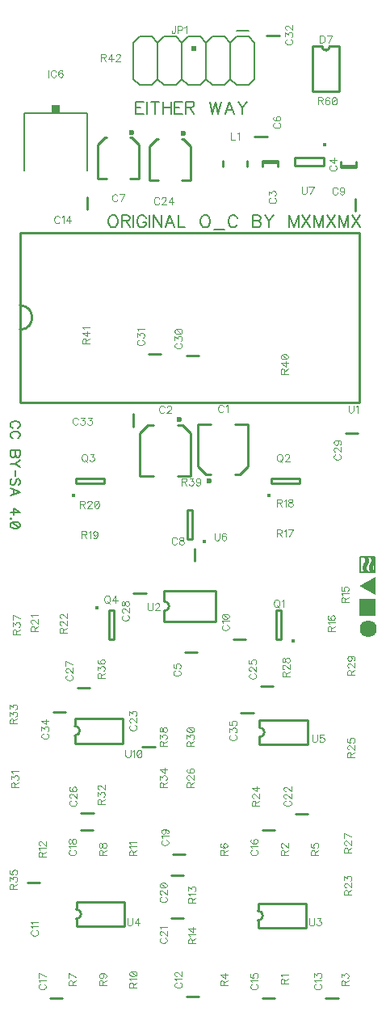
<source format=gto>
G04 DipTrace 3.1.0.0*
G04 uO_c.GTO*
%MOIN*%
G04 #@! TF.FileFunction,Legend,Top*
G04 #@! TF.Part,Single*
%ADD10C,0.009843*%
%ADD12C,0.001*%
%ADD14C,0.008*%
%ADD20O,0.070197X0.070678*%
%ADD21C,0.02362*%
%ADD25C,0.023616*%
%ADD32C,0.006*%
%ADD38C,0.015422*%
%ADD40C,0.015404*%
%ADD46C,0.015401*%
%ADD99C,0.004632*%
%ADD102C,0.006176*%
%ADD103C,0.00772*%
%FSLAX26Y26*%
G04*
G70*
G90*
G75*
G01*
G04 TopSilk*
%LPD*%
X1187879Y2896996D2*
D10*
X1243007Y2897024D1*
X1187879Y2896996D2*
Y2721844D1*
X1221348Y2688379D2*
X1187879Y2721844D1*
X1221348Y2688379D2*
X1243007Y2688351D1*
X1341412Y2897024D2*
X1396540Y2896996D1*
Y2721844D1*
X1363071Y2688379D2*
X1396540Y2721844D1*
X1341412Y2688351D2*
X1363071Y2688379D1*
D21*
X1235120Y2662768D3*
X1159040Y2682137D2*
D10*
X1103912Y2682109D1*
X1159040Y2682137D2*
Y2857289D1*
X1125571Y2890754D2*
X1159040Y2857289D1*
X1125571Y2890754D2*
X1103912Y2890782D1*
X1005507Y2682109D2*
X950379Y2682137D1*
Y2857289D1*
X983848Y2890754D2*
X950379Y2857289D1*
X1005507Y2890782D2*
X983848Y2890754D1*
D21*
X1111799Y2916364D3*
X1454490Y3974575D2*
D10*
X1517420D1*
X1454490Y3982024D2*
X1517420D1*
X1454490D2*
Y3958465D1*
X1517420Y3982024D2*
Y3958465D1*
X1842422Y3963649D2*
X1779493D1*
X1842422Y3956200D2*
X1779493D1*
X1842422D2*
Y3979759D1*
X1779493Y3956200D2*
Y3979759D1*
X1135389Y1954221D2*
X1186531D1*
X1473969Y4083611D2*
X1422828D1*
X945731Y3909484D2*
X910298Y3909460D1*
X945731Y3909484D2*
Y4049182D1*
X916206Y4078741D2*
X945731Y4049182D1*
X916206Y4078741D2*
X910298Y4078765D1*
X811872Y3909460D2*
X776439Y3909484D1*
Y4049182D1*
X805964Y4078741D2*
X776439Y4049182D1*
X811872Y4078765D2*
X805964Y4078741D1*
D25*
X916215Y4100392D3*
X1177122Y2382187D2*
D10*
Y2331045D1*
X1839622Y3825932D2*
Y3774791D1*
X1386530Y2009003D2*
X1335388D1*
X485388Y1004027D2*
X536530D1*
X1192749Y533984D2*
X1141607D1*
X1767780Y527753D2*
X1716639D1*
X733372Y3832186D2*
Y3781044D1*
X1505280Y527851D2*
X1454139D1*
Y1222873D2*
X1505280D1*
X630280Y527851D2*
X579139D1*
X704139Y1222873D2*
X755280D1*
X1136530Y1121503D2*
X1085388D1*
X1079139Y1035472D2*
X1130280D1*
X1079139Y860472D2*
X1130280D1*
X1642879Y1290351D2*
X1591737D1*
X1011498Y1565245D2*
X960357D1*
X1158242Y3903234D2*
X1122810Y3903211D1*
X1158242Y3903234D2*
Y4042932D1*
X1128718Y4072491D2*
X1158242Y4042932D1*
X1128718Y4072491D2*
X1122810Y4072515D1*
X1024384Y3903211D2*
X988951Y3903234D1*
Y4042932D1*
X1018475Y4072491D2*
X988951Y4042932D1*
X1024384Y4072515D2*
X1018475Y4072491D1*
D25*
X1128726Y4094143D3*
X1499128Y1815154D2*
D10*
X1447986D1*
X757425Y1290745D2*
X706283D1*
X742780Y1809003D2*
X691639D1*
X922857Y2197531D2*
X973998D1*
X1797888Y2860275D2*
X1849030D1*
X1192780Y3177753D2*
X1141639D1*
X1036530Y3184003D2*
X985388D1*
X1472822Y4497545D2*
X1523964D1*
X920879Y2938169D2*
Y2887027D1*
X591607Y1710267D2*
X642749D1*
X1366607Y1704213D2*
X1417749D1*
X1661986Y4455389D2*
Y4270342D1*
X1770266D1*
X1772228D2*
Y4455389D1*
X1732865D1*
X1661986D2*
X1701349D1*
G03X1732865Y4455389I15758J-1844D01*
G01*
G36*
X585461Y4181650D2*
X619420D1*
Y4211678D1*
X585461D1*
Y4181650D1*
G37*
X473443Y3941688D2*
D14*
Y4177682D1*
X731464D1*
X731438Y3941688D1*
G36*
X1183459Y4434107D2*
X1163459D1*
Y4454087D1*
X1183459D1*
Y4434107D1*
G37*
X1423459Y4469117D2*
D32*
X1398459Y4494115D1*
X1348459D2*
X1323459Y4469117D1*
X1298459Y4494115D1*
X1248459D2*
X1223459Y4469117D1*
X1198459Y4494115D1*
X1148459D2*
X1123459Y4469117D1*
X1098459Y4494115D1*
X1048459D2*
X1023459Y4469117D1*
X1423459D2*
Y4319110D1*
X1398459Y4294112D1*
X1348459D1*
X1323459Y4319110D1*
X1298459Y4294112D1*
X1248459D1*
X1223459Y4319110D1*
X1198459Y4294112D1*
X1148459D1*
X1123459Y4319110D1*
X1098459Y4294112D1*
X1048459D1*
X1023459Y4319110D1*
X1323459D2*
Y4469117D1*
X1223459Y4319110D2*
Y4469117D1*
X1123459Y4319110D2*
Y4469117D1*
X1023459Y4319110D2*
Y4469117D1*
X1098459Y4494115D2*
X1048459D1*
X1198459D2*
X1148459D1*
X1298459D2*
X1248459D1*
X1398459D2*
X1348459D1*
X1023459Y4469117D2*
X998459Y4494115D1*
X948459D2*
X923459Y4469117D1*
X1023459Y4319110D2*
X998459Y4294112D1*
X948459D1*
X923459Y4319110D1*
Y4469117D1*
X998459Y4494115D2*
X948459D1*
X1398459Y4519112D2*
D14*
X1348459D1*
X1391376Y3981642D2*
D10*
Y3958083D1*
X1292943Y3981642D2*
Y3958083D1*
D38*
X1581918Y2000763D3*
X1531777Y2009964D2*
D10*
Y2128069D1*
X1512091D1*
Y2009964D1*
X1531777D1*
D40*
X1481735Y2602976D3*
X1490935Y2653117D2*
D10*
X1609040D1*
Y2672803D1*
X1490935D1*
Y2653117D1*
D40*
X675484Y2602976D3*
X684685Y2653117D2*
D10*
X802790D1*
Y2672803D1*
X684685D1*
Y2653117D1*
D38*
X771250Y2137461D3*
X821392Y2128260D2*
D10*
Y2010156D1*
X841077D1*
Y2128260D1*
X821392D1*
X454710Y2985993D2*
X1854710D1*
X454710Y3685993D2*
X1854710D1*
Y2985993D2*
Y3685993D1*
X454710Y2985993D2*
Y3685993D1*
Y3286013D2*
G03X454710Y3385973I0J49980D01*
G01*
X1050477Y2082803D2*
X1263076D1*
X1050477Y2208775D2*
X1263076D1*
Y2082803D2*
Y2208775D1*
X1050477Y2082803D2*
Y2126101D1*
Y2165478D2*
Y2208775D1*
Y2126101D2*
G03X1050477Y2165478I-23J19689D01*
G01*
X1437532Y817974D2*
X1634386D1*
X1437532Y920350D2*
X1634386D1*
Y817974D2*
Y920350D1*
X1437532Y849468D2*
Y817974D1*
Y888857D2*
Y920350D1*
Y849468D2*
G03X1437532Y888857I-9J19694D01*
G01*
X687532Y824223D2*
X884386D1*
X687532Y926600D2*
X884386D1*
Y824223D2*
Y926600D1*
X687532Y855717D2*
Y824223D1*
Y895106D2*
Y926600D1*
Y855717D2*
G03X687532Y895106I-9J19694D01*
G01*
X1443782Y1574223D2*
X1640637D1*
X1443782Y1676600D2*
X1640637D1*
Y1574223D2*
Y1676600D1*
X1443782Y1605717D2*
Y1574223D1*
Y1645106D2*
Y1676600D1*
Y1605717D2*
G03X1443782Y1645106I-9J19694D01*
G01*
D38*
X1216219Y2413461D3*
X1166077Y2422662D2*
D10*
Y2540767D1*
X1146392D1*
Y2422662D1*
X1166077D1*
D46*
X1712870Y4048238D3*
X1707608Y3994172D2*
D10*
X1589500D1*
X1707608Y3962681D2*
X1589500D1*
Y3994172D2*
Y3962681D1*
X1707608Y3994172D2*
Y3962681D1*
X681282Y1580474D2*
X878137D1*
X681282Y1682850D2*
X878137D1*
Y1580474D2*
Y1682850D1*
X681282Y1611968D2*
Y1580474D1*
Y1651357D2*
Y1682850D1*
Y1611968D2*
G03X681282Y1651357I-9J19694D01*
G01*
G36*
X1856363Y2176741D2*
X1922318D1*
Y2105292D1*
X1856363D1*
Y2176741D1*
G37*
G36*
X1920923Y2266226D2*
Y2192649D1*
X1854956Y2227806D1*
X1920923Y2266226D1*
G37*
D20*
X1890951Y2052563D3*
X1858011Y2349057D2*
D14*
X1917417D1*
Y2286461D1*
X1858011D1*
Y2349057D1*
X1869632Y2352688D2*
D12*
X1881632D1*
X1870632Y2351688D2*
X1882632D1*
X1871632Y2350688D2*
X1883632D1*
X1872628Y2349688D2*
X1884632D1*
X1873593Y2348688D2*
X1885632D1*
X1874466Y2347688D2*
X1886628D1*
X1875222Y2346688D2*
X1887593D1*
X1875931Y2345688D2*
X1888462D1*
X1876625Y2344688D2*
X1889187D1*
X1877258Y2343688D2*
X1889799D1*
X1877827Y2342688D2*
X1890346D1*
X1878357Y2341688D2*
X1890831D1*
X1878834Y2340688D2*
X1891208D1*
X1879209Y2339688D2*
X1891435D1*
X1879436Y2338688D2*
X1891549D1*
X1879549Y2337688D2*
X1891600D1*
X1879600Y2336688D2*
X1891620D1*
X1879620Y2335688D2*
X1891628D1*
X1879624Y2334688D2*
X1891631D1*
X1879592Y2333688D2*
X1891632D1*
X1879461Y2332688D2*
X1891632D1*
X1879187Y2331688D2*
X1891628D1*
X1878799Y2330688D2*
X1891593D1*
X1878350Y2329688D2*
X1891466D1*
X1877870Y2328688D2*
X1891222D1*
X1877378Y2327688D2*
X1890931D1*
X1876880Y2326688D2*
X1890625D1*
X1876382Y2325688D2*
X1890258D1*
X1875882Y2324688D2*
X1889827D1*
X1875382Y2323688D2*
X1889361D1*
X1874882Y2322688D2*
X1888874D1*
X1874383Y2321688D2*
X1888380D1*
X1873882Y2320688D2*
X1887881D1*
X1873383Y2319688D2*
X1887378D1*
X1872882Y2318688D2*
X1886846D1*
X1872383Y2317688D2*
X1886251D1*
X1871886Y2316688D2*
X1885607D1*
X1871418Y2315688D2*
X1884995D1*
X1871013Y2314688D2*
X1884433D1*
X1870661Y2313688D2*
X1883906D1*
X1870309Y2312688D2*
X1883425D1*
X1869998Y2311688D2*
X1883016D1*
X1869768Y2310688D2*
X1882662D1*
X1869540Y2309688D2*
X1882309D1*
X1869256Y2308688D2*
X1881998D1*
X1868981Y2307688D2*
X1881768D1*
X1868799Y2306688D2*
X1881540D1*
X1868704Y2305688D2*
X1881260D1*
X1868665Y2304688D2*
X1881020D1*
X1868682Y2303688D2*
X1880966D1*
X1868802Y2302688D2*
X1881110D1*
X1869043Y2301688D2*
X1881327D1*
X1869334Y2300688D2*
X1881519D1*
X1869636Y2299688D2*
X1881736D1*
X1869972Y2298688D2*
X1882050D1*
X1870309Y2297688D2*
X1882455D1*
X1870664Y2296688D2*
X1882914D1*
X1871134Y2295688D2*
X1883432D1*
X1871714Y2294688D2*
X1884056D1*
X1872330Y2293688D2*
X1884829D1*
X1873014Y2292688D2*
X1885715D1*
X1873849Y2291688D2*
X1886665D1*
X1874875Y2290688D2*
X1887644D1*
X1876077Y2289688D2*
X1888636D1*
X1877355Y2288688D2*
X1889634D1*
X1878632Y2287688D2*
X1890632D1*
X1895683Y2352984D2*
X1907683D1*
X1896683Y2351984D2*
X1908683D1*
X1897683Y2350984D2*
X1909683D1*
X1898679Y2349984D2*
X1910683D1*
X1899644Y2348984D2*
X1911683D1*
X1900517Y2347984D2*
X1912679D1*
X1901273Y2346984D2*
X1913644D1*
X1901982Y2345984D2*
X1914513D1*
X1902676Y2344984D2*
X1915238D1*
X1903309Y2343984D2*
X1915851D1*
X1903879Y2342984D2*
X1916398D1*
X1904408Y2341984D2*
X1916882D1*
X1904886Y2340984D2*
X1917259D1*
X1905260Y2339984D2*
X1917486D1*
X1905487Y2338984D2*
X1917600D1*
X1905601Y2337984D2*
X1917651D1*
X1905651Y2336984D2*
X1917671D1*
X1905671Y2335984D2*
X1917679D1*
X1905675Y2334984D2*
X1917682D1*
X1905643Y2333984D2*
X1917683D1*
X1905512Y2332984D2*
X1917683D1*
X1905238Y2331984D2*
X1917679D1*
X1904850Y2330984D2*
X1917644D1*
X1904401Y2329984D2*
X1917517D1*
X1903921Y2328984D2*
X1917273D1*
X1903429Y2327984D2*
X1916982D1*
X1902931Y2326984D2*
X1916676D1*
X1902433Y2325984D2*
X1916309D1*
X1901933Y2324984D2*
X1915879D1*
X1901434Y2323984D2*
X1915412D1*
X1900933Y2322984D2*
X1914925D1*
X1900434Y2321984D2*
X1914431D1*
X1899933Y2320984D2*
X1913932D1*
X1899434Y2319984D2*
X1913429D1*
X1898933Y2318984D2*
X1912898D1*
X1898434Y2317984D2*
X1912302D1*
X1897937Y2316984D2*
X1911658D1*
X1897469Y2315984D2*
X1911046D1*
X1897064Y2314984D2*
X1910484D1*
X1896712Y2313984D2*
X1909957D1*
X1896360Y2312984D2*
X1909477D1*
X1896049Y2311984D2*
X1909067D1*
X1895819Y2310984D2*
X1908713D1*
X1895592Y2309984D2*
X1908360D1*
X1895307Y2308984D2*
X1908049D1*
X1895032Y2307984D2*
X1907819D1*
X1894850Y2306984D2*
X1907592D1*
X1894755Y2305984D2*
X1907311D1*
X1894716Y2304984D2*
X1907071D1*
X1894733Y2303984D2*
X1907017D1*
X1894854Y2302984D2*
X1907161D1*
X1895095Y2301984D2*
X1907378D1*
X1895385Y2300984D2*
X1907570D1*
X1895687Y2299984D2*
X1907787D1*
X1896023Y2298984D2*
X1908102D1*
X1896361Y2297984D2*
X1908506D1*
X1896715Y2296984D2*
X1908965D1*
X1897186Y2295984D2*
X1909483D1*
X1897765Y2294984D2*
X1910107D1*
X1898381Y2293984D2*
X1910880D1*
X1899065Y2292984D2*
X1911766D1*
X1899900Y2291984D2*
X1912716D1*
X1900926Y2290984D2*
X1913695D1*
X1902128Y2289984D2*
X1914688D1*
X1903407Y2288984D2*
X1915685D1*
X1904683Y2287984D2*
X1916683D1*
X1869632Y2352688D2*
X1870632Y2351688D1*
X1871632Y2350688D1*
X1872628Y2349688D1*
X1873593Y2348688D1*
X1874466Y2347688D1*
X1875222Y2346688D1*
X1875931Y2345688D1*
X1876625Y2344688D1*
X1877258Y2343688D1*
X1877827Y2342688D1*
X1878357Y2341688D1*
X1878834Y2340688D1*
X1879209Y2339688D1*
X1879436Y2338688D1*
X1879549Y2337688D1*
X1879600Y2336688D1*
X1879620Y2335688D1*
X1879624Y2334688D1*
X1879592Y2333688D1*
X1879461Y2332688D1*
X1879187Y2331688D1*
X1878799Y2330688D1*
X1878350Y2329688D1*
X1877870Y2328688D1*
X1877378Y2327688D1*
X1876880Y2326688D1*
X1876382Y2325688D1*
X1875882Y2324688D1*
X1875382Y2323688D1*
X1874882Y2322688D1*
X1874383Y2321688D1*
X1873882Y2320688D1*
X1873383Y2319688D1*
X1872882Y2318688D1*
X1872383Y2317688D1*
X1871886Y2316688D1*
X1871418Y2315688D1*
X1871013Y2314688D1*
X1870661Y2313688D1*
X1870309Y2312688D1*
X1869998Y2311688D1*
X1869768Y2310688D1*
X1869540Y2309688D1*
X1869256Y2308688D1*
X1868981Y2307688D1*
X1868799Y2306688D1*
X1868704Y2305688D1*
X1868665Y2304688D1*
X1868682Y2303688D1*
X1868802Y2302688D1*
X1869043Y2301688D1*
X1869334Y2300688D1*
X1869636Y2299688D1*
X1869972Y2298688D1*
X1870309Y2297688D1*
X1870664Y2296688D1*
X1871134Y2295688D1*
X1871714Y2294688D1*
X1872330Y2293688D1*
X1873014Y2292688D1*
X1873849Y2291688D1*
X1874875Y2290688D1*
X1876077Y2289688D1*
X1877355Y2288688D1*
X1878632Y2287688D1*
X1881632Y2352688D2*
X1882632Y2351688D1*
X1883632Y2350688D1*
X1884632Y2349688D1*
X1885632Y2348688D1*
X1886628Y2347688D1*
X1887593Y2346688D1*
X1888462Y2345688D1*
X1889187Y2344688D1*
X1889799Y2343688D1*
X1890346Y2342688D1*
X1890831Y2341688D1*
X1891208Y2340688D1*
X1891435Y2339688D1*
X1891549Y2338688D1*
X1891600Y2337688D1*
X1891620Y2336688D1*
X1891628Y2335688D1*
X1891631Y2334688D1*
X1891632Y2333688D1*
Y2332688D1*
X1891628Y2331688D1*
X1891593Y2330688D1*
X1891466Y2329688D1*
X1891222Y2328688D1*
X1890931Y2327688D1*
X1890625Y2326688D1*
X1890258Y2325688D1*
X1889827Y2324688D1*
X1889361Y2323688D1*
X1888874Y2322688D1*
X1888380Y2321688D1*
X1887881Y2320688D1*
X1887378Y2319688D1*
X1886846Y2318688D1*
X1886251Y2317688D1*
X1885607Y2316688D1*
X1884995Y2315688D1*
X1884433Y2314688D1*
X1883906Y2313688D1*
X1883425Y2312688D1*
X1883016Y2311688D1*
X1882662Y2310688D1*
X1882309Y2309688D1*
X1881998Y2308688D1*
X1881768Y2307688D1*
X1881540Y2306688D1*
X1881260Y2305688D1*
X1881020Y2304688D1*
X1880966Y2303688D1*
X1881110Y2302688D1*
X1881327Y2301688D1*
X1881519Y2300688D1*
X1881736Y2299688D1*
X1882050Y2298688D1*
X1882455Y2297688D1*
X1882914Y2296688D1*
X1883432Y2295688D1*
X1884056Y2294688D1*
X1884829Y2293688D1*
X1885715Y2292688D1*
X1886665Y2291688D1*
X1887644Y2290688D1*
X1888636Y2289688D1*
X1889634Y2288688D1*
X1890632Y2287688D1*
X1895683Y2352984D2*
X1896683Y2351984D1*
X1897683Y2350984D1*
X1898679Y2349984D1*
X1899644Y2348984D1*
X1900517Y2347984D1*
X1901273Y2346984D1*
X1901982Y2345984D1*
X1902676Y2344984D1*
X1903309Y2343984D1*
X1903879Y2342984D1*
X1904408Y2341984D1*
X1904886Y2340984D1*
X1905260Y2339984D1*
X1905487Y2338984D1*
X1905601Y2337984D1*
X1905651Y2336984D1*
X1905671Y2335984D1*
X1905675Y2334984D1*
X1905643Y2333984D1*
X1905512Y2332984D1*
X1905238Y2331984D1*
X1904850Y2330984D1*
X1904401Y2329984D1*
X1903921Y2328984D1*
X1903429Y2327984D1*
X1902931Y2326984D1*
X1902433Y2325984D1*
X1901933Y2324984D1*
X1901434Y2323984D1*
X1900933Y2322984D1*
X1900434Y2321984D1*
X1899933Y2320984D1*
X1899434Y2319984D1*
X1898933Y2318984D1*
X1898434Y2317984D1*
X1897937Y2316984D1*
X1897469Y2315984D1*
X1897064Y2314984D1*
X1896712Y2313984D1*
X1896360Y2312984D1*
X1896049Y2311984D1*
X1895819Y2310984D1*
X1895592Y2309984D1*
X1895307Y2308984D1*
X1895032Y2307984D1*
X1894850Y2306984D1*
X1894755Y2305984D1*
X1894716Y2304984D1*
X1894733Y2303984D1*
X1894854Y2302984D1*
X1895095Y2301984D1*
X1895385Y2300984D1*
X1895687Y2299984D1*
X1896023Y2298984D1*
X1896361Y2297984D1*
X1896715Y2296984D1*
X1897186Y2295984D1*
X1897765Y2294984D1*
X1898381Y2293984D1*
X1899065Y2292984D1*
X1899900Y2291984D1*
X1900926Y2290984D1*
X1902128Y2289984D1*
X1903407Y2288984D1*
X1904683Y2287984D1*
X1907683Y2352984D2*
X1908683Y2351984D1*
X1909683Y2350984D1*
X1910683Y2349984D1*
X1911683Y2348984D1*
X1912679Y2347984D1*
X1913644Y2346984D1*
X1914513Y2345984D1*
X1915238Y2344984D1*
X1915851Y2343984D1*
X1916398Y2342984D1*
X1916882Y2341984D1*
X1917259Y2340984D1*
X1917486Y2339984D1*
X1917600Y2338984D1*
X1917651Y2337984D1*
X1917671Y2336984D1*
X1917679Y2335984D1*
X1917682Y2334984D1*
X1917683Y2333984D1*
Y2332984D1*
X1917679Y2331984D1*
X1917644Y2330984D1*
X1917517Y2329984D1*
X1917273Y2328984D1*
X1916982Y2327984D1*
X1916676Y2326984D1*
X1916309Y2325984D1*
X1915879Y2324984D1*
X1915412Y2323984D1*
X1914925Y2322984D1*
X1914431Y2321984D1*
X1913932Y2320984D1*
X1913429Y2319984D1*
X1912898Y2318984D1*
X1912302Y2317984D1*
X1911658Y2316984D1*
X1911046Y2315984D1*
X1910484Y2314984D1*
X1909957Y2313984D1*
X1909477Y2312984D1*
X1909067Y2311984D1*
X1908713Y2310984D1*
X1908360Y2309984D1*
X1908049Y2308984D1*
X1907819Y2307984D1*
X1907592Y2306984D1*
X1907311Y2305984D1*
X1907071Y2304984D1*
X1907017Y2303984D1*
X1907161Y2302984D1*
X1907378Y2301984D1*
X1907570Y2300984D1*
X1907787Y2299984D1*
X1908102Y2298984D1*
X1908506Y2297984D1*
X1908965Y2296984D1*
X1909483Y2295984D1*
X1910107Y2294984D1*
X1910880Y2293984D1*
X1911766Y2292984D1*
X1912716Y2291984D1*
X1913695Y2290984D1*
X1914688Y2289984D1*
X1915685Y2288984D1*
X1916683Y2287984D1*
X1294741Y2968241D2*
D99*
X1293315Y2971093D1*
X1290430Y2973978D1*
X1287578Y2975404D1*
X1281841D1*
X1278956Y2973978D1*
X1276104Y2971093D1*
X1274645Y2968241D1*
X1273219Y2963930D1*
Y2956734D1*
X1274645Y2952456D1*
X1276104Y2949571D1*
X1278956Y2946719D1*
X1281841Y2945260D1*
X1287578D1*
X1290430Y2946719D1*
X1293315Y2949571D1*
X1294741Y2952456D1*
X1304004Y2969634D2*
X1306889Y2971093D1*
X1311200Y2975371D1*
Y2945260D1*
X1050791Y2964945D2*
X1049365Y2967797D1*
X1046480Y2970682D1*
X1043628Y2972108D1*
X1037891D1*
X1035006Y2970682D1*
X1032154Y2967797D1*
X1030695Y2964945D1*
X1029269Y2960634D1*
Y2953438D1*
X1030695Y2949160D1*
X1032154Y2946275D1*
X1035006Y2943423D1*
X1037891Y2941964D1*
X1043628D1*
X1046480Y2943423D1*
X1049365Y2946275D1*
X1050791Y2949160D1*
X1061513Y2964912D2*
Y2966338D1*
X1062939Y2969223D1*
X1064365Y2970649D1*
X1067250Y2972075D1*
X1072987D1*
X1075839Y2970649D1*
X1077265Y2969223D1*
X1078724Y2966338D1*
Y2963486D1*
X1077265Y2960601D1*
X1074413Y2956323D1*
X1060054Y2941964D1*
X1080150D1*
X1488751Y3828826D2*
X1485899Y3827400D1*
X1483014Y3824515D1*
X1481588Y3821663D1*
Y3815926D1*
X1483014Y3813041D1*
X1485899Y3810189D1*
X1488751Y3808730D1*
X1493062Y3807304D1*
X1500258D1*
X1504536Y3808730D1*
X1507421Y3810189D1*
X1510273Y3813041D1*
X1511732Y3815926D1*
Y3821663D1*
X1510273Y3824515D1*
X1507421Y3827400D1*
X1504536Y3828826D1*
X1481621Y3840975D2*
Y3856726D1*
X1493095Y3848138D1*
Y3852449D1*
X1494521Y3855300D1*
X1495947Y3856726D1*
X1500258Y3858186D1*
X1503110D1*
X1507421Y3856726D1*
X1510306Y3853875D1*
X1511732Y3849563D1*
Y3845252D1*
X1510306Y3840975D1*
X1508847Y3839549D1*
X1505995Y3838090D1*
X1738754Y3963348D2*
X1735902Y3961922D1*
X1733017Y3959037D1*
X1731591Y3956185D1*
Y3950448D1*
X1733017Y3947563D1*
X1735902Y3944711D1*
X1738754Y3943252D1*
X1743065Y3941826D1*
X1750261D1*
X1754539Y3943252D1*
X1757424Y3944711D1*
X1760276Y3947563D1*
X1761735Y3950448D1*
Y3956185D1*
X1760276Y3959037D1*
X1757424Y3961922D1*
X1754539Y3963348D1*
X1761735Y3986970D2*
X1731624Y3986971D1*
X1751687Y3972611D1*
Y3994133D1*
X1094662Y1879426D2*
X1091810Y1878000D1*
X1088925Y1875115D1*
X1087499Y1872263D1*
Y1866526D1*
X1088925Y1863641D1*
X1091810Y1860789D1*
X1094662Y1859330D1*
X1098973Y1857904D1*
X1106169D1*
X1110447Y1859330D1*
X1113332Y1860789D1*
X1116184Y1863641D1*
X1117643Y1866526D1*
Y1872263D1*
X1116184Y1875115D1*
X1113332Y1878000D1*
X1110447Y1879426D1*
X1087532Y1905900D2*
Y1891574D1*
X1100432Y1890148D1*
X1099006Y1891574D1*
X1097547Y1895885D1*
Y1900163D1*
X1099006Y1904474D1*
X1101858Y1907359D1*
X1106169Y1908785D1*
X1109021D1*
X1113332Y1907359D1*
X1116217Y1904474D1*
X1117643Y1900163D1*
Y1895885D1*
X1116217Y1891574D1*
X1114758Y1890148D1*
X1111906Y1888689D1*
X1507100Y4138798D2*
X1504248Y4137372D1*
X1501363Y4134487D1*
X1499937Y4131636D1*
Y4125899D1*
X1501363Y4123013D1*
X1504248Y4120162D1*
X1507100Y4118702D1*
X1511411Y4117276D1*
X1518607D1*
X1522885Y4118702D1*
X1525770Y4120162D1*
X1528622Y4123013D1*
X1530081Y4125898D1*
Y4131635D1*
X1528622Y4134487D1*
X1525770Y4137372D1*
X1522885Y4138798D1*
X1504248Y4165273D2*
X1501396Y4163847D1*
X1499970Y4159536D1*
Y4156684D1*
X1501396Y4152373D1*
X1505707Y4149488D1*
X1512870Y4148062D1*
X1520033D1*
X1525770Y4149488D1*
X1528655Y4152373D1*
X1530081Y4156684D1*
Y4158110D1*
X1528655Y4162388D1*
X1525770Y4165273D1*
X1521459Y4166699D1*
X1520033D1*
X1515722Y4165273D1*
X1512870Y4162388D1*
X1511444Y4158110D1*
Y4156684D1*
X1512870Y4152373D1*
X1515722Y4149488D1*
X1520033Y4148062D1*
X857166Y3837478D2*
X855740Y3840330D1*
X852855Y3843215D1*
X850003Y3844641D1*
X844266D1*
X841381Y3843215D1*
X838529Y3840330D1*
X837070Y3837478D1*
X835644Y3833167D1*
Y3825971D1*
X837070Y3821693D1*
X838529Y3818808D1*
X841381Y3815956D1*
X844266Y3814497D1*
X850003D1*
X852855Y3815956D1*
X855740Y3818808D1*
X857166Y3821693D1*
X872167Y3814497D2*
X886526Y3844607D1*
X866430D1*
X1102343Y2422915D2*
X1100917Y2425767D1*
X1098032Y2428652D1*
X1095180Y2430078D1*
X1089443D1*
X1086558Y2428652D1*
X1083706Y2425767D1*
X1082247Y2422915D1*
X1080821Y2418604D1*
Y2411408D1*
X1082247Y2407130D1*
X1083706Y2404245D1*
X1086558Y2401393D1*
X1089443Y2399934D1*
X1095180D1*
X1098032Y2401393D1*
X1100917Y2404245D1*
X1102343Y2407130D1*
X1118769Y2430044D2*
X1114491Y2428618D1*
X1113032Y2425767D1*
Y2422881D1*
X1114491Y2420030D1*
X1117343Y2418570D1*
X1123080Y2417144D1*
X1127391Y2415719D1*
X1130243Y2412833D1*
X1131669Y2409982D1*
Y2405671D1*
X1130243Y2402819D1*
X1128817Y2401360D1*
X1124506Y2399934D1*
X1118769D1*
X1114491Y2401360D1*
X1113032Y2402819D1*
X1111606Y2405671D1*
Y2409982D1*
X1113032Y2412833D1*
X1115917Y2415719D1*
X1120195Y2417144D1*
X1125932Y2418570D1*
X1128817Y2420030D1*
X1130243Y2422881D1*
Y2425767D1*
X1128817Y2428618D1*
X1124506Y2430044D1*
X1118769D1*
X1765539Y3866660D2*
X1764113Y3869512D1*
X1761228Y3872397D1*
X1758376Y3873823D1*
X1752639D1*
X1749754Y3872397D1*
X1746902Y3869512D1*
X1745443Y3866660D1*
X1744017Y3862349D1*
Y3855153D1*
X1745443Y3850875D1*
X1746902Y3847990D1*
X1749754Y3845138D1*
X1752639Y3843679D1*
X1758376D1*
X1761228Y3845138D1*
X1764113Y3847990D1*
X1765539Y3850875D1*
X1793473Y3863775D2*
X1792014Y3859464D1*
X1789162Y3856579D1*
X1784851Y3855153D1*
X1783425D1*
X1779114Y3856579D1*
X1776262Y3859464D1*
X1774803Y3863775D1*
Y3865201D1*
X1776262Y3869512D1*
X1779114Y3872364D1*
X1783425Y3873790D1*
X1784851D1*
X1789162Y3872364D1*
X1792014Y3869512D1*
X1793473Y3863775D1*
Y3856579D1*
X1792014Y3849416D1*
X1789162Y3845105D1*
X1784851Y3843679D1*
X1781999D1*
X1777688Y3845105D1*
X1776262Y3847990D1*
X1294661Y2067731D2*
X1291809Y2066305D1*
X1288924Y2063420D1*
X1287498Y2060569D1*
Y2054832D1*
X1288923Y2051946D1*
X1291809Y2049095D1*
X1294660Y2047635D1*
X1298971Y2046209D1*
X1306168D1*
X1310445Y2047635D1*
X1313331Y2049095D1*
X1316182Y2051946D1*
X1317642Y2054831D1*
Y2060568D1*
X1316182Y2063420D1*
X1313331Y2066305D1*
X1310445Y2067731D1*
X1293268Y2076995D2*
X1291809Y2079880D1*
X1287531Y2084191D1*
X1317642D1*
X1287531Y2102077D2*
X1288957Y2097766D1*
X1293268Y2094881D1*
X1300431Y2093455D1*
X1304742D1*
X1311905Y2094880D1*
X1316216Y2097766D1*
X1317642Y2102077D1*
Y2104928D1*
X1316216Y2109239D1*
X1311905Y2112091D1*
X1304742Y2113551D1*
X1300431D1*
X1293268Y2112091D1*
X1288957Y2109240D1*
X1287531Y2104929D1*
Y2102077D1*
X1293268Y2112091D2*
X1311905Y2094880D1*
X507154Y808714D2*
X504302Y807288D1*
X501417Y804403D1*
X499991Y801551D1*
Y795814D1*
X501417Y792929D1*
X504302Y790077D1*
X507154Y788618D1*
X511465Y787192D1*
X518661D1*
X522939Y788618D1*
X525824Y790077D1*
X528676Y792929D1*
X530135Y795814D1*
Y801551D1*
X528676Y804403D1*
X525824Y807288D1*
X522939Y808714D1*
X505761Y817978D2*
X504302Y820863D1*
X500024Y825174D1*
X530135D1*
X505761Y834437D2*
X504302Y837322D1*
X500024Y841633D1*
X530135D1*
X1100880Y592712D2*
X1098028Y591286D1*
X1095143Y588401D1*
X1093717Y585549D1*
Y579812D1*
X1095143Y576927D1*
X1098028Y574075D1*
X1100880Y572616D1*
X1105191Y571190D1*
X1112387D1*
X1116665Y572616D1*
X1119550Y574075D1*
X1122402Y576927D1*
X1123861Y579812D1*
Y585549D1*
X1122402Y588401D1*
X1119550Y591286D1*
X1116665Y592712D1*
X1099487Y601975D2*
X1098028Y604860D1*
X1093750Y609171D1*
X1123861D1*
X1100913Y619894D2*
X1099487D1*
X1096602Y621320D1*
X1095176Y622746D1*
X1093750Y625631D1*
Y631368D1*
X1095176Y634220D1*
X1096602Y635646D1*
X1099487Y637105D1*
X1102339D1*
X1105224Y635646D1*
X1109502Y632794D1*
X1123861Y618435D1*
Y638531D1*
X1675911Y586481D2*
X1673059Y585055D1*
X1670174Y582170D1*
X1668748Y579318D1*
Y573581D1*
X1670174Y570696D1*
X1673059Y567844D1*
X1675911Y566385D1*
X1680222Y564959D1*
X1687418D1*
X1691696Y566385D1*
X1694581Y567844D1*
X1697433Y570696D1*
X1698892Y573581D1*
Y579318D1*
X1697433Y582170D1*
X1694581Y585055D1*
X1691696Y586481D1*
X1674518Y595744D2*
X1673059Y598629D1*
X1668781Y602940D1*
X1698892D1*
X1668781Y615089D2*
Y630841D1*
X1680255Y622252D1*
Y626563D1*
X1681681Y629415D1*
X1683107Y630841D1*
X1687418Y632300D1*
X1690270D1*
X1694581Y630841D1*
X1697466Y627989D1*
X1698892Y623678D1*
Y619367D1*
X1697466Y615089D1*
X1696007Y613663D1*
X1693155Y612204D1*
X618383Y3747913D2*
X616957Y3750765D1*
X614072Y3753650D1*
X611220Y3755076D1*
X605484D1*
X602598Y3753650D1*
X599747Y3750765D1*
X598287Y3747913D1*
X596861Y3743602D1*
Y3736406D1*
X598287Y3732128D1*
X599747Y3729243D1*
X602598Y3726391D1*
X605484Y3724932D1*
X611220D1*
X614072Y3726391D1*
X616957Y3729243D1*
X618383Y3732128D1*
X627647Y3749306D2*
X630532Y3750765D1*
X634843Y3755043D1*
Y3724932D1*
X658466D2*
Y3755043D1*
X644107Y3734980D1*
X665629D1*
X1413411Y586579D2*
X1410559Y585153D1*
X1407674Y582268D1*
X1406248Y579416D1*
Y573679D1*
X1407674Y570794D1*
X1410559Y567942D1*
X1413411Y566483D1*
X1417722Y565057D1*
X1424918D1*
X1429196Y566483D1*
X1432081Y567942D1*
X1434933Y570794D1*
X1436392Y573679D1*
Y579416D1*
X1434933Y582268D1*
X1432081Y585153D1*
X1429196Y586579D1*
X1412018Y595843D2*
X1410559Y598728D1*
X1406281Y603039D1*
X1436392D1*
X1406281Y629513D2*
Y615187D1*
X1419181Y613761D1*
X1417755Y615187D1*
X1416296Y619498D1*
Y623776D1*
X1417755Y628087D1*
X1420607Y630972D1*
X1424918Y632398D1*
X1427770D1*
X1432081Y630972D1*
X1434966Y628087D1*
X1436392Y623776D1*
Y619498D1*
X1434966Y615187D1*
X1433507Y613761D1*
X1430655Y612302D1*
X1413411Y1140578D2*
X1410559Y1139152D1*
X1407674Y1136267D1*
X1406248Y1133415D1*
Y1127678D1*
X1407674Y1124793D1*
X1410559Y1121941D1*
X1413411Y1120482D1*
X1417722Y1119056D1*
X1424918D1*
X1429196Y1120482D1*
X1432081Y1121941D1*
X1434933Y1124793D1*
X1436392Y1127678D1*
Y1133415D1*
X1434933Y1136267D1*
X1432081Y1139152D1*
X1429196Y1140578D1*
X1412018Y1149841D2*
X1410559Y1152726D1*
X1406281Y1157037D1*
X1436392D1*
X1410559Y1183512D2*
X1407707Y1182086D1*
X1406281Y1177775D1*
Y1174923D1*
X1407707Y1170612D1*
X1412018Y1167727D1*
X1419181Y1166301D1*
X1426344D1*
X1432081Y1167727D1*
X1434966Y1170612D1*
X1436392Y1174923D1*
Y1176349D1*
X1434966Y1180627D1*
X1432081Y1183512D1*
X1427770Y1184938D1*
X1426344D1*
X1422033Y1183512D1*
X1419181Y1180627D1*
X1417755Y1176349D1*
Y1174923D1*
X1419181Y1170612D1*
X1422033Y1167727D1*
X1426344Y1166301D1*
X538411Y586579D2*
X535559Y585153D1*
X532674Y582268D1*
X531248Y579416D1*
Y573679D1*
X532674Y570794D1*
X535559Y567942D1*
X538411Y566483D1*
X542722Y565057D1*
X549918D1*
X554196Y566483D1*
X557081Y567942D1*
X559933Y570794D1*
X561392Y573679D1*
Y579416D1*
X559933Y582268D1*
X557081Y585153D1*
X554196Y586579D1*
X537018Y595843D2*
X535559Y598728D1*
X531281Y603039D1*
X561392D1*
Y618039D2*
X531281Y632398D1*
Y612302D1*
X663411Y1139865D2*
X660559Y1138439D1*
X657674Y1135554D1*
X656248Y1132702D1*
Y1126965D1*
X657674Y1124080D1*
X660559Y1121228D1*
X663411Y1119769D1*
X667722Y1118343D1*
X674918D1*
X679196Y1119769D1*
X682081Y1121228D1*
X684933Y1124080D1*
X686392Y1126965D1*
Y1132702D1*
X684933Y1135554D1*
X682081Y1138439D1*
X679196Y1139865D1*
X662018Y1149128D2*
X660559Y1152013D1*
X656281Y1156324D1*
X686392D1*
X656281Y1172751D2*
X657707Y1168473D1*
X660559Y1167014D1*
X663444D1*
X666296Y1168473D1*
X667755Y1171325D1*
X669181Y1177062D1*
X670607Y1181373D1*
X673492Y1184225D1*
X676344Y1185651D1*
X680655D1*
X683507Y1184225D1*
X684966Y1182799D1*
X686392Y1178488D1*
Y1172751D1*
X684966Y1168473D1*
X683507Y1167014D1*
X680655Y1165588D1*
X676344D1*
X673492Y1167014D1*
X670607Y1169899D1*
X669181Y1174177D1*
X667755Y1179914D1*
X666296Y1182799D1*
X663444Y1184225D1*
X660559D1*
X657707Y1182799D1*
X656281Y1178488D1*
Y1172751D1*
X1044661Y1180944D2*
X1041809Y1179518D1*
X1038924Y1176633D1*
X1037498Y1173781D1*
Y1168045D1*
X1038923Y1165159D1*
X1041809Y1162308D1*
X1044660Y1160848D1*
X1048971Y1159422D1*
X1056168D1*
X1060445Y1160848D1*
X1063331Y1162308D1*
X1066182Y1165159D1*
X1067642Y1168044D1*
Y1173781D1*
X1066182Y1176633D1*
X1063331Y1179518D1*
X1060445Y1180944D1*
X1043268Y1190208D2*
X1041809Y1193093D1*
X1037531Y1197404D1*
X1067642D1*
X1047546Y1225338D2*
X1051857Y1223878D1*
X1054742Y1221027D1*
X1056168Y1216716D1*
Y1215290D1*
X1054742Y1210979D1*
X1051857Y1208127D1*
X1047546Y1206668D1*
X1046120D1*
X1041809Y1208127D1*
X1038957Y1210979D1*
X1037531Y1215290D1*
Y1216716D1*
X1038957Y1221027D1*
X1041809Y1223878D1*
X1047546Y1225338D1*
X1054742D1*
X1061905Y1223878D1*
X1066216Y1221027D1*
X1067642Y1216715D1*
Y1213864D1*
X1066216Y1209553D1*
X1063331Y1208127D1*
X1038411Y945997D2*
X1035559Y944571D1*
X1032674Y941686D1*
X1031248Y938834D1*
Y933097D1*
X1032674Y930212D1*
X1035559Y927360D1*
X1038411Y925901D1*
X1042722Y924475D1*
X1049918D1*
X1054196Y925901D1*
X1057081Y927360D1*
X1059933Y930212D1*
X1061392Y933097D1*
Y938834D1*
X1059933Y941686D1*
X1057081Y944571D1*
X1054196Y945997D1*
X1038444Y956719D2*
X1037018D1*
X1034133Y958145D1*
X1032707Y959571D1*
X1031281Y962456D1*
Y968193D1*
X1032707Y971045D1*
X1034133Y972471D1*
X1037018Y973930D1*
X1039870D1*
X1042755Y972471D1*
X1047033Y969619D1*
X1061392Y955260D1*
Y975356D1*
X1031281Y993242D2*
X1032707Y988931D1*
X1037018Y986046D1*
X1044181Y984620D1*
X1048492D1*
X1055655Y986046D1*
X1059966Y988931D1*
X1061392Y993242D1*
Y996094D1*
X1059966Y1000405D1*
X1055655Y1003257D1*
X1048492Y1004716D1*
X1044181D1*
X1037018Y1003257D1*
X1032707Y1000405D1*
X1031281Y996094D1*
Y993242D1*
X1037018Y1003257D2*
X1055655Y986046D1*
X1038411Y777447D2*
X1035559Y776021D1*
X1032674Y773136D1*
X1031248Y770284D1*
Y764547D1*
X1032674Y761662D1*
X1035559Y758810D1*
X1038411Y757351D1*
X1042722Y755925D1*
X1049918D1*
X1054196Y757351D1*
X1057081Y758810D1*
X1059933Y761662D1*
X1061392Y764547D1*
Y770284D1*
X1059933Y773136D1*
X1057081Y776021D1*
X1054196Y777447D1*
X1038444Y788169D2*
X1037018D1*
X1034133Y789595D1*
X1032707Y791021D1*
X1031281Y793906D1*
Y799643D1*
X1032707Y802495D1*
X1034133Y803921D1*
X1037018Y805380D1*
X1039870D1*
X1042755Y803921D1*
X1047033Y801069D1*
X1061392Y786710D1*
Y806806D1*
X1037018Y816070D2*
X1035559Y818955D1*
X1031281Y823266D1*
X1061392D1*
X1551010Y1342629D2*
X1548158Y1341203D1*
X1545273Y1338318D1*
X1543847Y1335466D1*
Y1329729D1*
X1545273Y1326844D1*
X1548158Y1323992D1*
X1551010Y1322533D1*
X1555321Y1321107D1*
X1562517D1*
X1566795Y1322533D1*
X1569680Y1323992D1*
X1572532Y1326844D1*
X1573991Y1329729D1*
Y1335466D1*
X1572532Y1338318D1*
X1569680Y1341203D1*
X1566795Y1342629D1*
X1551043Y1353352D2*
X1549617D1*
X1546732Y1354778D1*
X1545306Y1356204D1*
X1543880Y1359089D1*
Y1364826D1*
X1545306Y1367678D1*
X1546732Y1369104D1*
X1549617Y1370563D1*
X1552469D1*
X1555354Y1369104D1*
X1559632Y1366252D1*
X1573991Y1351893D1*
Y1371989D1*
X1551043Y1382711D2*
X1549617D1*
X1546732Y1384137D1*
X1545306Y1385563D1*
X1543880Y1388448D1*
Y1394185D1*
X1545306Y1397037D1*
X1546732Y1398463D1*
X1549617Y1399922D1*
X1552469D1*
X1555354Y1398463D1*
X1559632Y1395611D1*
X1573991Y1381252D1*
Y1401348D1*
X913380Y1655023D2*
X910528Y1653597D1*
X907643Y1650712D1*
X906217Y1647860D1*
Y1642123D1*
X907643Y1639238D1*
X910528Y1636386D1*
X913380Y1634927D1*
X917691Y1633501D1*
X924887D1*
X929165Y1634927D1*
X932050Y1636386D1*
X934902Y1639238D1*
X936361Y1642123D1*
Y1647860D1*
X934902Y1650712D1*
X932050Y1653597D1*
X929165Y1655023D1*
X913413Y1665746D2*
X911987D1*
X909102Y1667172D1*
X907676Y1668597D1*
X906250Y1671483D1*
Y1677220D1*
X907676Y1680071D1*
X909102Y1681497D1*
X911987Y1682956D1*
X914839D1*
X917724Y1681497D1*
X922002Y1678645D1*
X936361Y1664286D1*
Y1684382D1*
X906250Y1696531D2*
Y1712283D1*
X917724Y1703694D1*
Y1708005D1*
X919150Y1710857D1*
X920576Y1712283D1*
X924887Y1713742D1*
X927739D1*
X932050Y1712283D1*
X934935Y1709431D1*
X936361Y1705120D1*
Y1700809D1*
X934935Y1696531D1*
X933476Y1695105D1*
X930624Y1693646D1*
X1029271Y3824983D2*
X1027845Y3827835D1*
X1024960Y3830720D1*
X1022108Y3832146D1*
X1016371D1*
X1013486Y3830720D1*
X1010634Y3827835D1*
X1009175Y3824983D1*
X1007749Y3820672D1*
Y3813476D1*
X1009175Y3809198D1*
X1010634Y3806313D1*
X1013486Y3803461D1*
X1016371Y3802002D1*
X1022108D1*
X1024960Y3803461D1*
X1027845Y3806313D1*
X1029271Y3809198D1*
X1039993Y3824950D2*
Y3826376D1*
X1041419Y3829261D1*
X1042845Y3830687D1*
X1045730Y3832113D1*
X1051467D1*
X1054319Y3830687D1*
X1055745Y3829261D1*
X1057204Y3826376D1*
Y3823524D1*
X1055745Y3820639D1*
X1052893Y3816361D1*
X1038534Y3802002D1*
X1058630D1*
X1082253D2*
Y3832113D1*
X1067894Y3812050D1*
X1089416D1*
X1407259Y1867432D2*
X1404407Y1866006D1*
X1401522Y1863121D1*
X1400096Y1860269D1*
Y1854533D1*
X1401522Y1851647D1*
X1404407Y1848796D1*
X1407259Y1847336D1*
X1411570Y1845910D1*
X1418766D1*
X1423044Y1847336D1*
X1425929Y1848796D1*
X1428781Y1851647D1*
X1430240Y1854532D1*
Y1860269D1*
X1428781Y1863121D1*
X1425929Y1866006D1*
X1423044Y1867432D1*
X1407292Y1878155D2*
X1405866D1*
X1402981Y1879581D1*
X1401555Y1881007D1*
X1400129Y1883892D1*
Y1889629D1*
X1401555Y1892481D1*
X1402981Y1893907D1*
X1405866Y1895366D1*
X1408718D1*
X1411603Y1893907D1*
X1415881Y1891055D1*
X1430240Y1876696D1*
Y1896792D1*
X1400129Y1923266D2*
Y1908940D1*
X1413029Y1907515D1*
X1411603Y1908940D1*
X1410144Y1913252D1*
Y1917529D1*
X1411603Y1921840D1*
X1414455Y1924725D1*
X1418766Y1926151D1*
X1421618D1*
X1425929Y1924725D1*
X1428814Y1921840D1*
X1430240Y1917529D1*
Y1913251D1*
X1428814Y1908940D1*
X1427355Y1907515D1*
X1424503Y1906055D1*
X665556Y1343752D2*
X662704Y1342327D1*
X659819Y1339441D1*
X658393Y1336590D1*
Y1330853D1*
X659818Y1327968D1*
X662704Y1325116D1*
X665555Y1323657D1*
X669866Y1322231D1*
X677063D1*
X681340Y1323657D1*
X684226Y1325116D1*
X687077Y1327968D1*
X688537Y1330853D1*
Y1336590D1*
X687077Y1339441D1*
X684226Y1342326D1*
X681340Y1343752D1*
X665589Y1354475D2*
X664163D1*
X661278Y1355901D1*
X659852Y1357327D1*
X658426Y1360212D1*
Y1365949D1*
X659852Y1368801D1*
X661278Y1370227D1*
X664163Y1371686D1*
X667015D1*
X669900Y1370227D1*
X674178Y1367375D1*
X688537Y1353016D1*
Y1373112D1*
X662704Y1399586D2*
X659852Y1398161D1*
X658426Y1393849D1*
Y1390998D1*
X659852Y1386687D1*
X664163Y1383801D1*
X671326Y1382376D1*
X678489D1*
X684226Y1383801D1*
X687111Y1386687D1*
X688537Y1390998D1*
Y1392424D1*
X687111Y1396701D1*
X684226Y1399586D1*
X679915Y1401012D1*
X678489D1*
X674178Y1399586D1*
X671326Y1396701D1*
X669900Y1392424D1*
Y1390998D1*
X671326Y1386687D1*
X674178Y1383801D1*
X678489Y1382376D1*
X650911Y1861281D2*
X648059Y1859856D1*
X645174Y1856970D1*
X643748Y1854119D1*
Y1848382D1*
X645174Y1845497D1*
X648059Y1842645D1*
X650911Y1841185D1*
X655222Y1839760D1*
X662418D1*
X666696Y1841185D1*
X669581Y1842645D1*
X672433Y1845497D1*
X673892Y1848382D1*
Y1854118D1*
X672433Y1856970D1*
X669581Y1859855D1*
X666696Y1861281D1*
X650944Y1872004D2*
X649518D1*
X646633Y1873430D1*
X645207Y1874856D1*
X643781Y1877741D1*
Y1883478D1*
X645207Y1886330D1*
X646633Y1887756D1*
X649518Y1889215D1*
X652370D1*
X655255Y1887756D1*
X659533Y1884904D1*
X673892Y1870545D1*
Y1890641D1*
Y1905641D2*
X643781Y1920000D1*
Y1899905D1*
X882129Y2108072D2*
X879277Y2106646D1*
X876392Y2103761D1*
X874966Y2100909D1*
Y2095172D1*
X876392Y2092287D1*
X879277Y2089435D1*
X882129Y2087976D1*
X886440Y2086550D1*
X893636D1*
X897914Y2087976D1*
X900799Y2089435D1*
X903651Y2092287D1*
X905110Y2095172D1*
Y2100909D1*
X903651Y2103761D1*
X900799Y2106646D1*
X897914Y2108072D1*
X882162Y2118795D2*
X880736D1*
X877851Y2120221D1*
X876425Y2121647D1*
X874999Y2124532D1*
Y2130269D1*
X876425Y2133121D1*
X877851Y2134547D1*
X880736Y2136006D1*
X883588D1*
X886473Y2134547D1*
X890751Y2131695D1*
X905110Y2117336D1*
Y2137432D1*
X874999Y2153858D2*
X876425Y2149580D1*
X879277Y2148121D1*
X882162D1*
X885014Y2149580D1*
X886473Y2152432D1*
X887899Y2158169D1*
X889325Y2162480D1*
X892210Y2165332D1*
X895062Y2166758D1*
X899373D1*
X902225Y2165332D1*
X903684Y2163906D1*
X905110Y2159595D1*
Y2153858D1*
X903684Y2149580D1*
X902225Y2148121D1*
X899373Y2146695D1*
X895062D1*
X892210Y2148121D1*
X889325Y2151006D1*
X887899Y2155284D1*
X886473Y2161021D1*
X885014Y2163906D1*
X882162Y2165332D1*
X879277D1*
X876425Y2163906D1*
X874999Y2159595D1*
Y2153858D1*
X1757161Y2771513D2*
X1754309Y2770087D1*
X1751424Y2767202D1*
X1749998Y2764350D1*
Y2758613D1*
X1751423Y2755728D1*
X1754309Y2752876D1*
X1757160Y2751417D1*
X1761471Y2749991D1*
X1768668D1*
X1772945Y2751417D1*
X1775831Y2752876D1*
X1778682Y2755728D1*
X1780142Y2758613D1*
Y2764350D1*
X1778682Y2767202D1*
X1775831Y2770087D1*
X1772945Y2771513D1*
X1757194Y2782235D2*
X1755768D1*
X1752883Y2783661D1*
X1751457Y2785087D1*
X1750031Y2787972D1*
Y2793709D1*
X1751457Y2796561D1*
X1752883Y2797987D1*
X1755768Y2799446D1*
X1758620D1*
X1761505Y2797987D1*
X1765783Y2795135D1*
X1780142Y2780776D1*
Y2800872D1*
X1760046Y2828806D2*
X1764357Y2827347D1*
X1767242Y2824495D1*
X1768668Y2820184D1*
Y2818758D1*
X1767242Y2814447D1*
X1764357Y2811595D1*
X1760046Y2810136D1*
X1758620D1*
X1754309Y2811595D1*
X1751457Y2814447D1*
X1750031Y2818758D1*
Y2820184D1*
X1751457Y2824495D1*
X1754309Y2827347D1*
X1760046Y2828806D1*
X1767242D1*
X1774405Y2827347D1*
X1778716Y2824495D1*
X1780142Y2820184D1*
Y2817332D1*
X1778716Y2813021D1*
X1775831Y2811595D1*
X1100911Y3230031D2*
X1098059Y3228605D1*
X1095174Y3225720D1*
X1093748Y3222868D1*
Y3217131D1*
X1095174Y3214246D1*
X1098059Y3211394D1*
X1100911Y3209935D1*
X1105222Y3208509D1*
X1112418D1*
X1116696Y3209935D1*
X1119581Y3211394D1*
X1122433Y3214246D1*
X1123892Y3217131D1*
Y3222868D1*
X1122433Y3225720D1*
X1119581Y3228605D1*
X1116696Y3230031D1*
X1093781Y3242179D2*
Y3257931D1*
X1105255Y3249342D1*
Y3253653D1*
X1106681Y3256505D1*
X1108107Y3257931D1*
X1112418Y3259390D1*
X1115270D1*
X1119581Y3257931D1*
X1122466Y3255079D1*
X1123892Y3250768D1*
Y3246457D1*
X1122466Y3242179D1*
X1121007Y3240753D1*
X1118155Y3239294D1*
X1093781Y3277276D2*
X1095207Y3272965D1*
X1099518Y3270080D1*
X1106681Y3268654D1*
X1110992D1*
X1118155Y3270080D1*
X1122466Y3272965D1*
X1123892Y3277276D1*
Y3280128D1*
X1122466Y3284439D1*
X1118155Y3287291D1*
X1110992Y3288750D1*
X1106681D1*
X1099518Y3287291D1*
X1095207Y3284439D1*
X1093781Y3280128D1*
Y3277276D1*
X1099518Y3287291D2*
X1118155Y3270080D1*
X944661Y3242731D2*
X941809Y3241305D1*
X938924Y3238420D1*
X937498Y3235569D1*
Y3229832D1*
X938923Y3226946D1*
X941809Y3224095D1*
X944660Y3222635D1*
X948971Y3221209D1*
X956168D1*
X960445Y3222635D1*
X963331Y3224095D1*
X966182Y3226946D1*
X967642Y3229831D1*
Y3235568D1*
X966182Y3238420D1*
X963331Y3241305D1*
X960445Y3242731D1*
X937531Y3254880D2*
Y3270632D1*
X949005Y3262043D1*
Y3266354D1*
X950431Y3269206D1*
X951857Y3270632D1*
X956168Y3272091D1*
X959020D1*
X963331Y3270632D1*
X966216Y3267780D1*
X967642Y3263469D1*
Y3259158D1*
X966216Y3254880D1*
X964756Y3253454D1*
X961905Y3251995D1*
X943268Y3281354D2*
X941809Y3284240D1*
X937531Y3288551D1*
X967642D1*
X1557095Y4483070D2*
X1554243Y4481644D1*
X1551358Y4478759D1*
X1549932Y4475907D1*
Y4470170D1*
X1551358Y4467285D1*
X1554243Y4464433D1*
X1557095Y4462974D1*
X1561406Y4461548D1*
X1568602D1*
X1572880Y4462974D1*
X1575765Y4464433D1*
X1578617Y4467285D1*
X1580076Y4470170D1*
Y4475907D1*
X1578617Y4478759D1*
X1575765Y4481644D1*
X1572880Y4483070D1*
X1549965Y4495219D2*
Y4510971D1*
X1561439Y4502382D1*
Y4506693D1*
X1562865Y4509545D1*
X1564291Y4510971D1*
X1568602Y4512430D1*
X1571454D1*
X1575765Y4510971D1*
X1578650Y4508119D1*
X1580076Y4503808D1*
Y4499497D1*
X1578650Y4495219D1*
X1577191Y4493793D1*
X1574339Y4492334D1*
X1557128Y4523152D2*
X1555702D1*
X1552817Y4524578D1*
X1551391Y4526004D1*
X1549965Y4528889D1*
Y4534626D1*
X1551391Y4537478D1*
X1552817Y4538904D1*
X1555702Y4540363D1*
X1558554D1*
X1561439Y4538904D1*
X1565717Y4536052D1*
X1580076Y4521693D1*
Y4541789D1*
X693904Y2916396D2*
X692478Y2919248D1*
X689593Y2922133D1*
X686741Y2923559D1*
X681004D1*
X678119Y2922133D1*
X675267Y2919248D1*
X673808Y2916396D1*
X672382Y2912085D1*
Y2904889D1*
X673808Y2900611D1*
X675267Y2897726D1*
X678119Y2894874D1*
X681004Y2893415D1*
X686741D1*
X689593Y2894874D1*
X692478Y2897726D1*
X693904Y2900611D1*
X706052Y2923526D2*
X721804D1*
X713215Y2912052D1*
X717526D1*
X720378Y2910626D1*
X721804Y2909200D1*
X723263Y2904889D1*
Y2902037D1*
X721804Y2897726D1*
X718952Y2894841D1*
X714641Y2893415D1*
X710330D1*
X706052Y2894841D1*
X704626Y2896300D1*
X703167Y2899152D1*
X735412Y2923526D2*
X751164D1*
X742575Y2912052D1*
X746886D1*
X749738Y2910626D1*
X751164Y2909200D1*
X752623Y2904889D1*
Y2902037D1*
X751164Y2897726D1*
X748312Y2894841D1*
X744001Y2893415D1*
X739690D1*
X735412Y2894841D1*
X733986Y2896300D1*
X732527Y2899152D1*
X550880Y1620079D2*
X548028Y1618653D1*
X545143Y1615768D1*
X543717Y1612916D1*
Y1607179D1*
X545143Y1604294D1*
X548028Y1601442D1*
X550880Y1599983D1*
X555191Y1598557D1*
X562387D1*
X566665Y1599983D1*
X569550Y1601442D1*
X572402Y1604294D1*
X573861Y1607179D1*
Y1612916D1*
X572402Y1615768D1*
X569550Y1618653D1*
X566665Y1620079D1*
X543750Y1632228D2*
Y1647979D1*
X555224Y1639390D1*
Y1643702D1*
X556650Y1646553D1*
X558076Y1647979D1*
X562387Y1649438D1*
X565239D1*
X569550Y1647979D1*
X572435Y1645127D1*
X573861Y1640816D1*
Y1636505D1*
X572435Y1632228D1*
X570976Y1630802D1*
X568124Y1629342D1*
X573861Y1673061D2*
X543750D1*
X563813Y1658702D1*
Y1680224D1*
X1325880Y1614738D2*
X1323028Y1613312D1*
X1320143Y1610427D1*
X1318717Y1607575D1*
Y1601838D1*
X1320143Y1598953D1*
X1323028Y1596101D1*
X1325880Y1594642D1*
X1330191Y1593216D1*
X1337387D1*
X1341665Y1594642D1*
X1344550Y1596101D1*
X1347402Y1598953D1*
X1348861Y1601838D1*
Y1607575D1*
X1347402Y1610427D1*
X1344550Y1613312D1*
X1341665Y1614738D1*
X1318750Y1626887D2*
Y1642639D1*
X1330224Y1634050D1*
Y1638361D1*
X1331650Y1641213D1*
X1333076Y1642639D1*
X1337387Y1644098D1*
X1340239D1*
X1344550Y1642639D1*
X1347435Y1639787D1*
X1348861Y1635476D1*
Y1631165D1*
X1347435Y1626887D1*
X1345976Y1625461D1*
X1343124Y1624002D1*
X1318750Y1670572D2*
Y1656246D1*
X1331650Y1654820D1*
X1330224Y1656246D1*
X1328765Y1660557D1*
Y1664835D1*
X1330224Y1669146D1*
X1333076Y1672031D1*
X1337387Y1673457D1*
X1340239D1*
X1344550Y1672031D1*
X1347435Y1669146D1*
X1348861Y1664835D1*
Y1660557D1*
X1347435Y1656246D1*
X1345976Y1654820D1*
X1343124Y1653361D1*
X1692379Y4499323D2*
Y4469179D1*
X1702427D1*
X1706738Y4470638D1*
X1709624Y4473490D1*
X1711049Y4476375D1*
X1712475Y4480653D1*
Y4487849D1*
X1711049Y4492160D1*
X1709624Y4495012D1*
X1706738Y4497897D1*
X1702427Y4499323D1*
X1692379D1*
X1727476Y4469179D2*
X1741835Y4499290D1*
X1721739D1*
X573098Y4357074D2*
Y4326930D1*
X603883Y4349911D2*
X602457Y4352763D1*
X599572Y4355648D1*
X596720Y4357074D1*
X590983D1*
X588098Y4355648D1*
X585246Y4352763D1*
X583787Y4349911D1*
X582361Y4345600D1*
Y4338404D1*
X583787Y4334126D1*
X585246Y4331241D1*
X588098Y4328389D1*
X590983Y4326930D1*
X596720D1*
X599572Y4328389D1*
X602457Y4331241D1*
X603883Y4334126D1*
X630358Y4352763D2*
X628932Y4355615D1*
X624621Y4357040D1*
X621769D1*
X617458Y4355615D1*
X614573Y4351303D1*
X613147Y4344141D1*
Y4336978D1*
X614573Y4331241D1*
X617458Y4328356D1*
X621769Y4326930D1*
X623195D1*
X627472Y4328356D1*
X630358Y4331241D1*
X631784Y4335552D1*
Y4336978D1*
X630358Y4341289D1*
X627472Y4344141D1*
X623195Y4345567D1*
X621769D1*
X617458Y4344141D1*
X614573Y4341289D1*
X613147Y4336978D1*
X1095229Y4538046D2*
Y4515098D1*
X1093803Y4510787D1*
X1092344Y4509361D1*
X1089492Y4507902D1*
X1086607D1*
X1083755Y4509361D1*
X1082329Y4510787D1*
X1080870Y4515098D1*
Y4517950D1*
X1104492Y4522261D2*
X1117425D1*
X1121703Y4523687D1*
X1123162Y4525146D1*
X1124588Y4527998D1*
Y4532309D1*
X1123162Y4535161D1*
X1121703Y4536620D1*
X1117425Y4538046D1*
X1104492D1*
Y4507902D1*
X1133852Y4532276D2*
X1136737Y4533735D1*
X1141048Y4538013D1*
Y4507902D1*
X1325324Y4100411D2*
Y4070267D1*
X1342535D1*
X1351799Y4094641D2*
X1354684Y4096100D1*
X1358995Y4100378D1*
Y4070267D1*
X1511711Y2172003D2*
X1508859Y2170610D1*
X1505974Y2167725D1*
X1504548Y2164840D1*
X1503089Y2160529D1*
Y2153366D1*
X1504548Y2149055D1*
X1505974Y2146203D1*
X1508859Y2143318D1*
X1511711Y2141892D1*
X1517448D1*
X1520333Y2143318D1*
X1523185Y2146203D1*
X1524611Y2149055D1*
X1526070Y2153366D1*
Y2160529D1*
X1524611Y2164840D1*
X1523185Y2167725D1*
X1520333Y2170610D1*
X1517448Y2172003D1*
X1511711D1*
X1516022Y2147629D2*
X1524611Y2139007D1*
X1535334Y2166233D2*
X1538219Y2167692D1*
X1542530Y2171970D1*
Y2141859D1*
X1523988Y2772839D2*
X1521136Y2771446D1*
X1518251Y2768561D1*
X1516825Y2765676D1*
X1515366Y2761365D1*
Y2754202D1*
X1516825Y2749891D1*
X1518251Y2747039D1*
X1521136Y2744154D1*
X1523988Y2742728D1*
X1529725D1*
X1532610Y2744154D1*
X1535462Y2747039D1*
X1536888Y2749891D1*
X1538347Y2754202D1*
Y2761365D1*
X1536888Y2765676D1*
X1535462Y2768561D1*
X1532610Y2771446D1*
X1529725Y2772839D1*
X1523988D1*
X1528299Y2748465D2*
X1536888Y2739843D1*
X1549070Y2765643D2*
Y2767069D1*
X1550496Y2769954D1*
X1551922Y2771380D1*
X1554807Y2772806D1*
X1560544D1*
X1563396Y2771380D1*
X1564822Y2769954D1*
X1566281Y2767069D1*
Y2764217D1*
X1564822Y2761332D1*
X1561970Y2757054D1*
X1547611Y2742695D1*
X1567707D1*
X717737Y2772839D2*
X714886Y2771446D1*
X712000Y2768561D1*
X710574Y2765676D1*
X709115Y2761365D1*
Y2754202D1*
X710574Y2749891D1*
X712000Y2747039D1*
X714886Y2744154D1*
X717737Y2742728D1*
X723474D1*
X726359Y2744154D1*
X729211Y2747039D1*
X730637Y2749891D1*
X732096Y2754202D1*
Y2761365D1*
X730637Y2765676D1*
X729211Y2768561D1*
X726359Y2771446D1*
X723474Y2772839D1*
X717737D1*
X722048Y2748465D2*
X730637Y2739843D1*
X744245Y2772806D2*
X759997D1*
X751408Y2761332D1*
X755719D1*
X758571Y2759906D1*
X759997Y2758480D1*
X761456Y2754169D1*
Y2751317D1*
X759997Y2747006D1*
X757145Y2744121D1*
X752834Y2742695D1*
X748523D1*
X744245Y2744121D1*
X742819Y2745580D1*
X741360Y2748432D1*
X812098Y2189097D2*
X809246Y2187704D1*
X806361Y2184819D1*
X804935Y2181934D1*
X803476Y2177623D1*
Y2170460D1*
X804935Y2166149D1*
X806361Y2163297D1*
X809246Y2160412D1*
X812098Y2158986D1*
X817835D1*
X820720Y2160412D1*
X823572Y2163297D1*
X824998Y2166149D1*
X826457Y2170460D1*
Y2177623D1*
X824998Y2181934D1*
X823572Y2184819D1*
X820720Y2187704D1*
X817835Y2189097D1*
X812098D1*
X816409Y2164723D2*
X824998Y2156101D1*
X850080Y2158953D2*
Y2189064D1*
X835721Y2169001D1*
X857242D1*
X1545607Y588335D2*
Y601234D1*
X1544148Y605545D1*
X1542722Y607005D1*
X1539870Y608431D1*
X1536985D1*
X1534133Y607005D1*
X1532674Y605545D1*
X1531248Y601234D1*
Y588335D1*
X1561392D1*
X1545607Y598383D2*
X1561392Y608430D1*
X1537018Y617694D2*
X1535559Y620579D1*
X1531281Y624890D1*
X1561392D1*
X1545607Y1119385D2*
Y1132284D1*
X1544148Y1136595D1*
X1542722Y1138055D1*
X1539870Y1139481D1*
X1536985D1*
X1534133Y1138055D1*
X1532674Y1136595D1*
X1531248Y1132284D1*
Y1119385D1*
X1561392D1*
X1545607Y1129433D2*
X1561392Y1139480D1*
X1538444Y1150203D2*
X1537018D1*
X1534133Y1151629D1*
X1532707Y1153055D1*
X1531281Y1155940D1*
Y1161677D1*
X1532707Y1164529D1*
X1534133Y1165955D1*
X1537018Y1167414D1*
X1539870D1*
X1542755Y1165955D1*
X1547033Y1163103D1*
X1561392Y1148744D1*
Y1168840D1*
X1795607Y581885D2*
Y594784D1*
X1794148Y599095D1*
X1792722Y600555D1*
X1789870Y601981D1*
X1786985D1*
X1784133Y600555D1*
X1782674Y599095D1*
X1781248Y594784D1*
Y581885D1*
X1811392D1*
X1795607Y591933D2*
X1811392Y601980D1*
X1781281Y614129D2*
Y629881D1*
X1792755Y621292D1*
Y625603D1*
X1794181Y628455D1*
X1795607Y629881D1*
X1799918Y631340D1*
X1802770D1*
X1807081Y629881D1*
X1809966Y627029D1*
X1811392Y622718D1*
Y618407D1*
X1809966Y614129D1*
X1808507Y612703D1*
X1805655Y611244D1*
X1295607Y581172D2*
Y594071D1*
X1294148Y598383D1*
X1292722Y599842D1*
X1289870Y601268D1*
X1286985D1*
X1284133Y599842D1*
X1282674Y598383D1*
X1281248Y594072D1*
Y581172D1*
X1311392D1*
X1295607Y591220D2*
X1311392Y601268D1*
Y624890D2*
X1281281D1*
X1301344Y610531D1*
Y632053D1*
X1670607Y1119385D2*
Y1132284D1*
X1669148Y1136595D1*
X1667722Y1138055D1*
X1664870Y1139481D1*
X1661985D1*
X1659133Y1138055D1*
X1657674Y1136595D1*
X1656248Y1132284D1*
Y1119385D1*
X1686392D1*
X1670607Y1129433D2*
X1686392Y1139480D1*
X1656281Y1165955D2*
Y1151629D1*
X1669181Y1150203D1*
X1667755Y1151629D1*
X1666296Y1155940D1*
Y1160218D1*
X1667755Y1164529D1*
X1670607Y1167414D1*
X1674918Y1168840D1*
X1677770D1*
X1682081Y1167414D1*
X1684966Y1164529D1*
X1686392Y1160218D1*
Y1155940D1*
X1684966Y1151629D1*
X1683507Y1150203D1*
X1680655Y1148744D1*
X1295607Y1120114D2*
Y1133014D1*
X1294148Y1137325D1*
X1292722Y1138784D1*
X1289870Y1140210D1*
X1286985D1*
X1284133Y1138784D1*
X1282674Y1137325D1*
X1281248Y1133014D1*
Y1120114D1*
X1311392D1*
X1295607Y1130162D2*
X1311392Y1140210D1*
X1285559Y1166685D2*
X1282707Y1165259D1*
X1281281Y1160948D1*
Y1158096D1*
X1282707Y1153785D1*
X1287018Y1150900D1*
X1294181Y1149474D1*
X1301344D1*
X1307081Y1150900D1*
X1309966Y1153785D1*
X1311392Y1158096D1*
Y1159522D1*
X1309966Y1163799D1*
X1307081Y1166685D1*
X1302770Y1168110D1*
X1301344D1*
X1297033Y1166685D1*
X1294181Y1163799D1*
X1292755Y1159522D1*
Y1158096D1*
X1294181Y1153785D1*
X1297033Y1150900D1*
X1301344Y1149474D1*
X670607Y581885D2*
Y594784D1*
X669148Y599095D1*
X667722Y600555D1*
X664870Y601981D1*
X661985D1*
X659133Y600555D1*
X657674Y599095D1*
X656248Y594784D1*
Y581885D1*
X686392D1*
X670607Y591933D2*
X686392Y601980D1*
Y616981D2*
X656281Y631340D1*
Y611244D1*
X795607Y1119401D2*
Y1132301D1*
X794148Y1136612D1*
X792722Y1138071D1*
X789870Y1139497D1*
X786985D1*
X784133Y1138071D1*
X782674Y1136612D1*
X781248Y1132301D1*
Y1119401D1*
X811392D1*
X795607Y1129449D2*
X811392Y1139497D1*
X781281Y1155924D2*
X782707Y1151646D1*
X785559Y1150187D1*
X788444D1*
X791296Y1151646D1*
X792755Y1154498D1*
X794181Y1160235D1*
X795607Y1164546D1*
X798492Y1167397D1*
X801344Y1168823D1*
X805655D1*
X808507Y1167397D1*
X809966Y1165972D1*
X811392Y1161660D1*
Y1155924D1*
X809966Y1151646D1*
X808507Y1150187D1*
X805655Y1148761D1*
X801344D1*
X798492Y1150187D1*
X795607Y1153072D1*
X794181Y1157350D1*
X792755Y1163086D1*
X791296Y1165972D1*
X788444Y1167398D1*
X785559D1*
X782707Y1165972D1*
X781281Y1161661D1*
Y1155924D1*
X795607Y582598D2*
Y595497D1*
X794148Y599808D1*
X792722Y601268D1*
X789870Y602694D1*
X786985D1*
X784133Y601268D1*
X782674Y599808D1*
X781248Y595497D1*
Y582598D1*
X811392D1*
X795607Y592646D2*
X811392Y602693D1*
X791296Y630627D2*
X795607Y629168D1*
X798492Y626316D1*
X799918Y622005D1*
Y620579D1*
X798492Y616268D1*
X795607Y613416D1*
X791296Y611957D1*
X789870D1*
X785559Y613416D1*
X782707Y616268D1*
X781281Y620579D1*
Y622005D1*
X782707Y626316D1*
X785559Y629168D1*
X791296Y630627D1*
X798492D1*
X805655Y629168D1*
X809966Y626316D1*
X811392Y622005D1*
Y619153D1*
X809966Y614842D1*
X807081Y613416D1*
X920607Y573655D2*
Y586555D1*
X919148Y590866D1*
X917722Y592325D1*
X914870Y593751D1*
X911985D1*
X909133Y592325D1*
X907674Y590866D1*
X906248Y586555D1*
Y573655D1*
X936392D1*
X920607Y583703D2*
X936392Y593751D1*
X912018Y603014D2*
X910559Y605899D1*
X906281Y610210D1*
X936392D1*
X906281Y628096D2*
X907707Y623785D1*
X912018Y620900D1*
X919181Y619474D1*
X923492D1*
X930655Y620900D1*
X934966Y623785D1*
X936392Y628096D1*
Y630948D1*
X934966Y635259D1*
X930655Y638111D1*
X923492Y639570D1*
X919181D1*
X912018Y638111D1*
X907707Y635259D1*
X906281Y630948D1*
Y628096D1*
X912018Y638111D2*
X930655Y620900D1*
X920607Y1117605D2*
Y1130505D1*
X919148Y1134816D1*
X917722Y1136275D1*
X914870Y1137701D1*
X911985D1*
X909133Y1136275D1*
X907674Y1134816D1*
X906248Y1130505D1*
Y1117605D1*
X936392D1*
X920607Y1127653D2*
X936392Y1137701D1*
X912018Y1146964D2*
X910559Y1149849D1*
X906281Y1154160D1*
X936392D1*
X912018Y1163424D2*
X910559Y1166309D1*
X906281Y1170620D1*
X936392D1*
X545607Y1111155D2*
Y1124055D1*
X544148Y1128366D1*
X542722Y1129825D1*
X539870Y1131251D1*
X536985D1*
X534133Y1129825D1*
X532674Y1128366D1*
X531248Y1124055D1*
Y1111155D1*
X561392D1*
X545607Y1121203D2*
X561392Y1131251D1*
X537018Y1140514D2*
X535559Y1143399D1*
X531281Y1147710D1*
X561392D1*
X538444Y1158433D2*
X537018D1*
X534133Y1159859D1*
X532707Y1161285D1*
X531281Y1164170D1*
Y1169907D1*
X532707Y1172759D1*
X534133Y1174185D1*
X537018Y1175644D1*
X539870D1*
X542755Y1174185D1*
X547033Y1171333D1*
X561392Y1156974D1*
Y1177070D1*
X1164358Y923753D2*
Y936653D1*
X1162899Y940964D1*
X1161473Y942423D1*
X1158621Y943849D1*
X1155736D1*
X1152884Y942423D1*
X1151425Y940964D1*
X1149999Y936653D1*
Y923753D1*
X1180143D1*
X1164358Y933801D2*
X1180143Y943849D1*
X1155769Y953113D2*
X1154310Y955998D1*
X1150032Y960309D1*
X1180143D1*
X1150032Y972457D2*
Y988209D1*
X1161506Y979620D1*
Y983931D1*
X1162932Y986783D1*
X1164358Y988209D1*
X1168669Y989668D1*
X1171521D1*
X1175832Y988209D1*
X1178717Y985357D1*
X1180143Y981046D1*
Y976735D1*
X1178717Y972457D1*
X1177258Y971031D1*
X1174406Y969572D1*
X1164358Y754094D2*
Y766994D1*
X1162899Y771305D1*
X1161473Y772764D1*
X1158621Y774190D1*
X1155736D1*
X1152884Y772764D1*
X1151425Y771305D1*
X1149999Y766994D1*
Y754094D1*
X1180143D1*
X1164358Y764142D2*
X1180143Y774190D1*
X1155769Y783454D2*
X1154310Y786339D1*
X1150032Y790650D1*
X1180143D1*
Y814272D2*
X1150032D1*
X1170095Y799913D1*
Y821435D1*
X1795496Y2161153D2*
Y2174053D1*
X1794037Y2178364D1*
X1792611Y2179823D1*
X1789759Y2181249D1*
X1786874D1*
X1784022Y2179823D1*
X1782563Y2178364D1*
X1781137Y2174053D1*
Y2161153D1*
X1811281D1*
X1795496Y2171201D2*
X1811281Y2181249D1*
X1786907Y2190513D2*
X1785448Y2193398D1*
X1781170Y2197709D1*
X1811281D1*
X1781170Y2224183D2*
Y2209858D1*
X1794070Y2208432D1*
X1792644Y2209858D1*
X1791185Y2214169D1*
Y2218446D1*
X1792644Y2222758D1*
X1795496Y2225643D1*
X1799807Y2227069D1*
X1802659D1*
X1806970Y2225643D1*
X1809855Y2222757D1*
X1811281Y2218446D1*
Y2214169D1*
X1809855Y2209858D1*
X1808396Y2208432D1*
X1805544Y2206973D1*
X1739246Y2043134D2*
Y2056034D1*
X1737787Y2060345D1*
X1736361Y2061804D1*
X1733509Y2063230D1*
X1730624D1*
X1727772Y2061804D1*
X1726313Y2060345D1*
X1724887Y2056034D1*
Y2043134D1*
X1755031D1*
X1739246Y2053182D2*
X1755031Y2063230D1*
X1730657Y2072493D2*
X1729198Y2075378D1*
X1724921Y2079689D1*
X1755031D1*
X1729198Y2106164D2*
X1726346Y2104738D1*
X1724920Y2100427D1*
Y2097575D1*
X1726346Y2093264D1*
X1730657Y2090379D1*
X1737820Y2088953D1*
X1744983D1*
X1750720Y2090379D1*
X1753605Y2093264D1*
X1755031Y2097575D1*
Y2099001D1*
X1753605Y2103279D1*
X1750720Y2106164D1*
X1746409Y2107590D1*
X1744983D1*
X1740672Y2106164D1*
X1737820Y2103279D1*
X1736394Y2099001D1*
Y2097575D1*
X1737820Y2093264D1*
X1740672Y2090379D1*
X1744983Y2088953D1*
X1515600Y2446965D2*
X1528500D1*
X1532811Y2448424D1*
X1534270Y2449850D1*
X1535696Y2452702D1*
Y2455587D1*
X1534270Y2458439D1*
X1532811Y2459898D1*
X1528500Y2461324D1*
X1515600D1*
Y2431180D1*
X1525648Y2446965D2*
X1535696Y2431180D1*
X1544959Y2455554D2*
X1547844Y2457013D1*
X1552155Y2461291D1*
Y2431180D1*
X1567156D2*
X1581515Y2461291D1*
X1561419D1*
X1515616Y2571965D2*
X1528516D1*
X1532827Y2573424D1*
X1534286Y2574850D1*
X1535712Y2577702D1*
Y2580587D1*
X1534286Y2583439D1*
X1532827Y2584898D1*
X1528516Y2586324D1*
X1515616D1*
Y2556180D1*
X1525664Y2571965D2*
X1535712Y2556180D1*
X1544976Y2580554D2*
X1547861Y2582013D1*
X1552172Y2586291D1*
Y2556180D1*
X1568598Y2586291D2*
X1564321Y2584865D1*
X1562861Y2582013D1*
Y2579128D1*
X1564321Y2576276D1*
X1567172Y2574817D1*
X1572909Y2573391D1*
X1577220Y2571965D1*
X1580072Y2569080D1*
X1581498Y2566228D1*
Y2561917D1*
X1580072Y2559065D1*
X1578646Y2557606D1*
X1574335Y2556180D1*
X1568598D1*
X1564321Y2557606D1*
X1562861Y2559065D1*
X1561436Y2561917D1*
Y2566228D1*
X1562861Y2569080D1*
X1565747Y2571965D1*
X1570024Y2573391D1*
X1575761Y2574817D1*
X1578646Y2576276D1*
X1580072Y2579128D1*
Y2582013D1*
X1578646Y2584865D1*
X1574335Y2586291D1*
X1568598D1*
X710063Y2440715D2*
X722963D1*
X727274Y2442174D1*
X728733Y2443600D1*
X730159Y2446452D1*
Y2449337D1*
X728733Y2452189D1*
X727274Y2453648D1*
X722963Y2455074D1*
X710063D1*
Y2424930D1*
X720111Y2440715D2*
X730159Y2424930D1*
X739423Y2449303D2*
X742308Y2450763D1*
X746619Y2455040D1*
Y2424930D1*
X774553Y2445026D2*
X773094Y2440715D1*
X770242Y2437830D1*
X765931Y2436404D1*
X764505D1*
X760194Y2437830D1*
X757342Y2440715D1*
X755883Y2445026D1*
Y2446452D1*
X757342Y2450763D1*
X760194Y2453615D1*
X764505Y2455040D1*
X765931D1*
X770242Y2453615D1*
X773094Y2450763D1*
X774553Y2445026D1*
Y2437830D1*
X773094Y2430667D1*
X770242Y2426356D1*
X765931Y2424930D1*
X763079D1*
X758768Y2426356D1*
X757342Y2429241D1*
X702900Y2565715D2*
X715800D1*
X720111Y2567174D1*
X721570Y2568600D1*
X722996Y2571452D1*
Y2574337D1*
X721570Y2577189D1*
X720111Y2578648D1*
X715800Y2580074D1*
X702900D1*
Y2549930D1*
X712948Y2565715D2*
X722996Y2549930D1*
X733719Y2572878D2*
Y2574303D1*
X735145Y2577189D1*
X736571Y2578615D1*
X739456Y2580040D1*
X745193D1*
X748045Y2578615D1*
X749471Y2577189D1*
X750930Y2574303D1*
Y2571452D1*
X749471Y2568567D1*
X746619Y2564289D1*
X732260Y2549930D1*
X752356D1*
X770242Y2580040D2*
X765931Y2578615D1*
X763045Y2574303D1*
X761620Y2567141D1*
Y2562830D1*
X763045Y2555667D1*
X765931Y2551356D1*
X770242Y2549930D1*
X773094D1*
X777405Y2551356D1*
X780256Y2555667D1*
X781716Y2562830D1*
Y2567141D1*
X780256Y2574303D1*
X777405Y2578615D1*
X773094Y2580040D1*
X770242D1*
X780256Y2574303D2*
X763045Y2555667D1*
X514357Y2042307D2*
Y2055207D1*
X512897Y2059518D1*
X511472Y2060977D1*
X508620Y2062403D1*
X505735D1*
X502883Y2060977D1*
X501424Y2059518D1*
X499998Y2055207D1*
Y2042307D1*
X530142D1*
X514357Y2052355D2*
X530142Y2062403D1*
X507194Y2073126D2*
X505768D1*
X502883Y2074552D1*
X501457Y2075978D1*
X500031Y2078863D1*
Y2084600D1*
X501457Y2087451D1*
X502883Y2088877D1*
X505768Y2090337D1*
X508620D1*
X511505Y2088877D1*
X515783Y2086025D1*
X530142Y2071666D1*
Y2091762D1*
X505768Y2101026D2*
X504309Y2103911D1*
X500031Y2108222D1*
X530142D1*
X633107Y2035857D2*
Y2048757D1*
X631648Y2053068D1*
X630222Y2054527D1*
X627370Y2055953D1*
X624485D1*
X621633Y2054527D1*
X620174Y2053068D1*
X618748Y2048757D1*
Y2035857D1*
X648892D1*
X633107Y2045905D2*
X648892Y2055953D1*
X625944Y2066676D2*
X624518D1*
X621633Y2068102D1*
X620207Y2069528D1*
X618781Y2072413D1*
Y2078150D1*
X620207Y2081001D1*
X621633Y2082427D1*
X624518Y2083887D1*
X627370D1*
X630255Y2082427D1*
X634533Y2079576D1*
X648892Y2065216D1*
Y2085312D1*
X625944Y2096035D2*
X624518D1*
X621633Y2097461D1*
X620207Y2098887D1*
X618781Y2101772D1*
Y2107509D1*
X620207Y2110361D1*
X621633Y2111787D1*
X624518Y2113246D1*
X627370D1*
X630255Y2111787D1*
X634533Y2108935D1*
X648892Y2094576D1*
Y2114672D1*
X1808009Y954705D2*
Y967605D1*
X1806550Y971916D1*
X1805124Y973375D1*
X1802272Y974801D1*
X1799387D1*
X1796535Y973375D1*
X1795076Y971916D1*
X1793650Y967605D1*
Y954705D1*
X1823794D1*
X1808009Y964753D2*
X1823794Y974801D1*
X1800846Y985523D2*
X1799420D1*
X1796535Y986949D1*
X1795109Y988375D1*
X1793683Y991260D1*
Y996997D1*
X1795109Y999849D1*
X1796535Y1001275D1*
X1799420Y1002734D1*
X1802272D1*
X1805157Y1001275D1*
X1809435Y998423D1*
X1823794Y984064D1*
Y1004160D1*
X1793683Y1016309D2*
Y1032061D1*
X1805157Y1023472D1*
Y1027783D1*
X1806583Y1030635D1*
X1808009Y1032061D1*
X1812320Y1033520D1*
X1815172D1*
X1819483Y1032061D1*
X1822368Y1029209D1*
X1823794Y1024898D1*
Y1020587D1*
X1822368Y1016309D1*
X1820909Y1014883D1*
X1818057Y1013424D1*
X1426858Y1322644D2*
Y1335544D1*
X1425399Y1339855D1*
X1423973Y1341314D1*
X1421121Y1342740D1*
X1418236D1*
X1415384Y1341314D1*
X1413925Y1339855D1*
X1412499Y1335544D1*
Y1322644D1*
X1442643D1*
X1426858Y1332692D2*
X1442643Y1342740D1*
X1419695Y1353463D2*
X1418269D1*
X1415384Y1354889D1*
X1413958Y1356315D1*
X1412532Y1359200D1*
Y1364937D1*
X1413958Y1367789D1*
X1415384Y1369214D1*
X1418269Y1370674D1*
X1421121D1*
X1424006Y1369214D1*
X1428284Y1366363D1*
X1442643Y1352003D1*
Y1372099D1*
Y1395722D2*
X1412532D1*
X1432595Y1381363D1*
Y1402885D1*
X1820509Y1523455D2*
Y1536355D1*
X1819050Y1540666D1*
X1817624Y1542125D1*
X1814772Y1543551D1*
X1811887D1*
X1809035Y1542125D1*
X1807576Y1540666D1*
X1806150Y1536355D1*
Y1523455D1*
X1836294D1*
X1820509Y1533503D2*
X1836294Y1543551D1*
X1813346Y1554274D2*
X1811920D1*
X1809035Y1555700D1*
X1807609Y1557126D1*
X1806183Y1560011D1*
Y1565748D1*
X1807609Y1568600D1*
X1809035Y1570026D1*
X1811920Y1571485D1*
X1814772D1*
X1817657Y1570026D1*
X1821935Y1567174D1*
X1836294Y1552815D1*
Y1572911D1*
X1806183Y1599385D2*
Y1585060D1*
X1819083Y1583634D1*
X1817657Y1585060D1*
X1816198Y1589371D1*
Y1593648D1*
X1817657Y1597959D1*
X1820509Y1600844D1*
X1824820Y1602270D1*
X1827672D1*
X1831983Y1600844D1*
X1834868Y1597959D1*
X1836294Y1593648D1*
Y1589371D1*
X1834868Y1585060D1*
X1833409Y1583634D1*
X1830557Y1582174D1*
X1158106Y1399282D2*
Y1412182D1*
X1156647Y1416493D1*
X1155221Y1417952D1*
X1152369Y1419378D1*
X1149484D1*
X1146632Y1417952D1*
X1145173Y1416493D1*
X1143747Y1412182D1*
Y1399282D1*
X1173891D1*
X1158106Y1409330D2*
X1173891Y1419378D1*
X1150943Y1430101D2*
X1149517D1*
X1146632Y1431527D1*
X1145206Y1432953D1*
X1143780Y1435838D1*
Y1441575D1*
X1145206Y1444427D1*
X1146632Y1445853D1*
X1149517Y1447312D1*
X1152369D1*
X1155254Y1445853D1*
X1159532Y1443001D1*
X1173891Y1428642D1*
Y1448738D1*
X1148058Y1475212D2*
X1145206Y1473786D1*
X1143780Y1469475D1*
Y1466623D1*
X1145206Y1462312D1*
X1149517Y1459427D1*
X1156680Y1458001D1*
X1163843D1*
X1169580Y1459427D1*
X1172465Y1462312D1*
X1173891Y1466623D1*
Y1468049D1*
X1172465Y1472327D1*
X1169580Y1475212D1*
X1165269Y1476638D1*
X1163843D1*
X1159532Y1475212D1*
X1156680Y1472327D1*
X1155254Y1468049D1*
Y1466623D1*
X1156680Y1462312D1*
X1159532Y1459427D1*
X1163843Y1458001D1*
X1808009Y1129705D2*
Y1142605D1*
X1806550Y1146916D1*
X1805124Y1148375D1*
X1802272Y1149801D1*
X1799387D1*
X1796535Y1148375D1*
X1795076Y1146916D1*
X1793650Y1142605D1*
Y1129705D1*
X1823794D1*
X1808009Y1139753D2*
X1823794Y1149801D1*
X1800846Y1160523D2*
X1799420D1*
X1796535Y1161949D1*
X1795109Y1163375D1*
X1793683Y1166260D1*
Y1171997D1*
X1795109Y1174849D1*
X1796535Y1176275D1*
X1799420Y1177734D1*
X1802272D1*
X1805157Y1176275D1*
X1809435Y1173423D1*
X1823794Y1159064D1*
Y1179160D1*
Y1194161D2*
X1793683Y1208520D1*
Y1188424D1*
X1551857Y1854623D2*
Y1867523D1*
X1550397Y1871834D1*
X1548972Y1873293D1*
X1546120Y1874719D1*
X1543235D1*
X1540383Y1873293D1*
X1538924Y1871834D1*
X1537498Y1867523D1*
Y1854623D1*
X1567642D1*
X1551857Y1864671D2*
X1567642Y1874719D1*
X1544694Y1885442D2*
X1543268D1*
X1540383Y1886868D1*
X1538957Y1888293D1*
X1537531Y1891179D1*
Y1896916D1*
X1538957Y1899767D1*
X1540383Y1901193D1*
X1543268Y1902652D1*
X1546120D1*
X1549005Y1901193D1*
X1553283Y1898341D1*
X1567642Y1883982D1*
Y1904078D1*
X1537531Y1920505D2*
X1538957Y1916227D1*
X1541809Y1914768D1*
X1544694D1*
X1547546Y1916227D1*
X1549005Y1919079D1*
X1550431Y1924816D1*
X1551857Y1929127D1*
X1554742Y1931979D1*
X1557594Y1933405D1*
X1561905D1*
X1564756Y1931979D1*
X1566216Y1930553D1*
X1567642Y1926242D1*
Y1920505D1*
X1566216Y1916227D1*
X1564756Y1914768D1*
X1561905Y1913342D1*
X1557594D1*
X1554742Y1914768D1*
X1551857Y1917653D1*
X1550431Y1921931D1*
X1549005Y1927668D1*
X1547546Y1930553D1*
X1544694Y1931979D1*
X1541809D1*
X1538957Y1930553D1*
X1537531Y1926242D1*
Y1920505D1*
X1820607Y1861570D2*
Y1874470D1*
X1819148Y1878781D1*
X1817722Y1880240D1*
X1814870Y1881666D1*
X1811985D1*
X1809133Y1880240D1*
X1807674Y1878781D1*
X1806248Y1874470D1*
Y1861570D1*
X1836392D1*
X1820607Y1871618D2*
X1836392Y1881666D1*
X1813444Y1892389D2*
X1812018D1*
X1809133Y1893815D1*
X1807707Y1895241D1*
X1806281Y1898126D1*
Y1903863D1*
X1807707Y1906714D1*
X1809133Y1908140D1*
X1812018Y1909600D1*
X1814870D1*
X1817755Y1908140D1*
X1822033Y1905288D1*
X1836392Y1890929D1*
Y1911025D1*
X1816296Y1938959D2*
X1820607Y1937500D1*
X1823492Y1934648D1*
X1824918Y1930337D1*
Y1928911D1*
X1823492Y1924600D1*
X1820607Y1921748D1*
X1816296Y1920289D1*
X1814870D1*
X1810559Y1921748D1*
X1807707Y1924600D1*
X1806281Y1928911D1*
Y1930337D1*
X1807707Y1934648D1*
X1810559Y1937500D1*
X1816296Y1938959D1*
X1823492D1*
X1830655Y1937500D1*
X1834966Y1934648D1*
X1836392Y1930337D1*
Y1927485D1*
X1834966Y1923174D1*
X1832081Y1921748D1*
X1158009Y1567402D2*
Y1580302D1*
X1156550Y1584613D1*
X1155124Y1586072D1*
X1152272Y1587498D1*
X1149387D1*
X1146535Y1586072D1*
X1145076Y1584613D1*
X1143650Y1580302D1*
Y1567402D1*
X1173794D1*
X1158009Y1577450D2*
X1173794Y1587498D1*
X1143683Y1599646D2*
Y1615398D1*
X1155157Y1606809D1*
Y1611120D1*
X1156583Y1613972D1*
X1158009Y1615398D1*
X1162320Y1616857D1*
X1165172D1*
X1169483Y1615398D1*
X1172368Y1612546D1*
X1173794Y1608235D1*
Y1603924D1*
X1172368Y1599646D1*
X1170909Y1598220D1*
X1168057Y1596761D1*
X1143683Y1634743D2*
X1145109Y1630432D1*
X1149420Y1627547D1*
X1156583Y1626121D1*
X1160894D1*
X1168057Y1627547D1*
X1172368Y1630432D1*
X1173794Y1634743D1*
Y1637595D1*
X1172368Y1641906D1*
X1168057Y1644758D1*
X1160894Y1646217D1*
X1156583D1*
X1149420Y1644758D1*
X1145109Y1641906D1*
X1143683Y1637595D1*
Y1634743D1*
X1149420Y1644758D2*
X1168057Y1627547D1*
X433103Y1398545D2*
Y1411444D1*
X431644Y1415755D1*
X430218Y1417215D1*
X427366Y1418640D1*
X424481D1*
X421629Y1417215D1*
X420170Y1415755D1*
X418744Y1411444D1*
Y1398545D1*
X448888D1*
X433103Y1408593D2*
X448888Y1418640D1*
X418777Y1430789D2*
Y1446541D1*
X430251Y1437952D1*
Y1442263D1*
X431677Y1445115D1*
X433103Y1446541D1*
X437414Y1448000D1*
X440266D1*
X444577Y1446541D1*
X447462Y1443689D1*
X448888Y1439378D1*
Y1435067D1*
X447462Y1430789D1*
X446003Y1429363D1*
X443151Y1427904D1*
X424514Y1457264D2*
X423055Y1460149D1*
X418777Y1464460D1*
X448888D1*
X789357Y1329606D2*
Y1342506D1*
X787897Y1346817D1*
X786472Y1348276D1*
X783620Y1349702D1*
X780735D1*
X777883Y1348276D1*
X776424Y1346817D1*
X774998Y1342506D1*
Y1329606D1*
X805142D1*
X789357Y1339654D2*
X805142Y1349702D1*
X775031Y1361851D2*
Y1377603D1*
X786505Y1369014D1*
Y1373325D1*
X787931Y1376177D1*
X789357Y1377603D1*
X793668Y1379062D1*
X796520D1*
X800831Y1377603D1*
X803716Y1374751D1*
X805142Y1370440D1*
Y1366129D1*
X803716Y1361851D1*
X802256Y1360425D1*
X799405Y1358966D1*
X782194Y1389784D2*
X780768D1*
X777883Y1391210D1*
X776457Y1392636D1*
X775031Y1395521D1*
Y1401258D1*
X776457Y1404110D1*
X777883Y1405536D1*
X780768Y1406995D1*
X783620D1*
X786505Y1405536D1*
X790783Y1402684D1*
X805142Y1388325D1*
Y1408421D1*
X426855Y1660844D2*
Y1673744D1*
X425396Y1678055D1*
X423970Y1679514D1*
X421118Y1680940D1*
X418233D1*
X415381Y1679514D1*
X413922Y1678055D1*
X412496Y1673744D1*
Y1660844D1*
X442640D1*
X426855Y1670892D2*
X442640Y1680940D1*
X412529Y1693088D2*
Y1708840D1*
X424003Y1700251D1*
Y1704562D1*
X425429Y1707414D1*
X426855Y1708840D1*
X431166Y1710299D1*
X434018D1*
X438329Y1708840D1*
X441214Y1705988D1*
X442640Y1701677D1*
Y1697366D1*
X441214Y1693088D1*
X439755Y1691662D1*
X436903Y1690203D1*
X412529Y1722448D2*
Y1738200D1*
X424003Y1729611D1*
Y1733922D1*
X425429Y1736774D1*
X426855Y1738200D1*
X431166Y1739659D1*
X434018D1*
X438329Y1738200D1*
X441214Y1735348D1*
X442640Y1731037D1*
Y1726726D1*
X441214Y1722448D1*
X439755Y1721022D1*
X436903Y1719563D1*
X1045607Y1398036D2*
Y1410936D1*
X1044148Y1415247D1*
X1042722Y1416706D1*
X1039870Y1418132D1*
X1036985D1*
X1034133Y1416706D1*
X1032674Y1415247D1*
X1031248Y1410936D1*
Y1398036D1*
X1061392D1*
X1045607Y1408084D2*
X1061392Y1418132D1*
X1031281Y1430281D2*
Y1446033D1*
X1042755Y1437444D1*
Y1441755D1*
X1044181Y1444607D1*
X1045607Y1446033D1*
X1049918Y1447492D1*
X1052770D1*
X1057081Y1446033D1*
X1059966Y1443181D1*
X1061392Y1438870D1*
Y1434559D1*
X1059966Y1430281D1*
X1058507Y1428855D1*
X1055655Y1427396D1*
X1061392Y1471114D2*
X1031281D1*
X1051344Y1456755D1*
Y1478277D1*
X426854Y979618D2*
Y992518D1*
X425395Y996829D1*
X423969Y998288D1*
X421117Y999714D1*
X418232D1*
X415380Y998288D1*
X413921Y996829D1*
X412495Y992518D1*
Y979618D1*
X442639D1*
X426854Y989666D2*
X442639Y999714D1*
X412528Y1011863D2*
Y1027615D1*
X424002Y1019026D1*
Y1023337D1*
X425428Y1026189D1*
X426854Y1027615D1*
X431165Y1029074D1*
X434017D1*
X438328Y1027615D1*
X441213Y1024763D1*
X442639Y1020452D1*
Y1016141D1*
X441213Y1011863D1*
X439754Y1010437D1*
X436902Y1008978D1*
X412528Y1055548D2*
Y1041222D1*
X425428Y1039796D1*
X424002Y1041222D1*
X422543Y1045533D1*
Y1049811D1*
X424002Y1054122D1*
X426854Y1057007D1*
X431165Y1058433D1*
X434017D1*
X438328Y1057007D1*
X441213Y1054122D1*
X442639Y1049811D1*
Y1045533D1*
X441213Y1041222D1*
X439754Y1039796D1*
X436902Y1038337D1*
X789358Y1849087D2*
Y1861986D1*
X787899Y1866297D1*
X786473Y1867757D1*
X783621Y1869183D1*
X780736D1*
X777884Y1867757D1*
X776425Y1866298D1*
X774999Y1861986D1*
Y1849087D1*
X805143D1*
X789358Y1859135D2*
X805143Y1869182D1*
X775032Y1881331D2*
Y1897083D1*
X786506Y1888494D1*
Y1892805D1*
X787932Y1895657D1*
X789358Y1897083D1*
X793669Y1898542D1*
X796521D1*
X800832Y1897083D1*
X803717Y1894231D1*
X805143Y1889920D1*
Y1885609D1*
X803717Y1881331D1*
X802258Y1879905D1*
X799406Y1878446D1*
X779310Y1925017D2*
X776458Y1923591D1*
X775032Y1919280D1*
Y1916428D1*
X776458Y1912117D1*
X780769Y1909232D1*
X787932Y1907806D1*
X795095D1*
X800832Y1909232D1*
X803717Y1912117D1*
X805143Y1916428D1*
Y1917854D1*
X803717Y1922131D1*
X800832Y1925017D1*
X796521Y1926442D1*
X795095D1*
X790784Y1925017D1*
X787932Y1922131D1*
X786506Y1917854D1*
Y1916428D1*
X787932Y1912117D1*
X790784Y1909232D1*
X795095Y1907806D1*
X439353Y2029593D2*
Y2042493D1*
X437894Y2046804D1*
X436468Y2048263D1*
X433616Y2049689D1*
X430731D1*
X427879Y2048263D1*
X426420Y2046804D1*
X424994Y2042493D1*
Y2029593D1*
X455138D1*
X439353Y2039641D2*
X455138Y2049689D1*
X425027Y2061838D2*
Y2077590D1*
X436501Y2069001D1*
Y2073312D1*
X437927Y2076164D1*
X439353Y2077590D1*
X443664Y2079049D1*
X446516D1*
X450827Y2077590D1*
X453712Y2074738D1*
X455138Y2070427D1*
Y2066116D1*
X453712Y2061838D1*
X452253Y2060412D1*
X449401Y2058953D1*
X455138Y2094049D2*
X425027Y2108408D1*
Y2088312D1*
X1045607Y1567517D2*
Y1580417D1*
X1044148Y1584728D1*
X1042722Y1586187D1*
X1039870Y1587613D1*
X1036985D1*
X1034133Y1586187D1*
X1032674Y1584728D1*
X1031248Y1580417D1*
Y1567517D1*
X1061392D1*
X1045607Y1577565D2*
X1061392Y1587613D1*
X1031281Y1599761D2*
Y1615513D1*
X1042755Y1606924D1*
Y1611235D1*
X1044181Y1614087D1*
X1045607Y1615513D1*
X1049918Y1616972D1*
X1052770D1*
X1057081Y1615513D1*
X1059966Y1612661D1*
X1061392Y1608350D1*
Y1604039D1*
X1059966Y1599761D1*
X1058507Y1598335D1*
X1055655Y1596876D1*
X1031281Y1633399D2*
X1032707Y1629121D1*
X1035559Y1627662D1*
X1038444D1*
X1041296Y1629121D1*
X1042755Y1631973D1*
X1044181Y1637710D1*
X1045607Y1642021D1*
X1048492Y1644873D1*
X1051344Y1646298D1*
X1055655D1*
X1058507Y1644873D1*
X1059966Y1643447D1*
X1061392Y1639136D1*
Y1633399D1*
X1059966Y1629121D1*
X1058507Y1627662D1*
X1055655Y1626236D1*
X1051344D1*
X1048492Y1627662D1*
X1045607Y1630547D1*
X1044181Y1634825D1*
X1042755Y1640562D1*
X1041296Y1643447D1*
X1038444Y1644873D1*
X1035559D1*
X1032707Y1643447D1*
X1031281Y1639136D1*
Y1633399D1*
X1122264Y2659369D2*
X1135164D1*
X1139475Y2660829D1*
X1140934Y2662255D1*
X1142360Y2665106D1*
Y2667992D1*
X1140934Y2670843D1*
X1139475Y2672303D1*
X1135164Y2673728D1*
X1122264D1*
Y2643584D1*
X1132312Y2659369D2*
X1142360Y2643584D1*
X1154509Y2673695D2*
X1170261D1*
X1161672Y2662221D1*
X1165983D1*
X1168835Y2660795D1*
X1170261Y2659369D1*
X1171720Y2655058D1*
Y2652207D1*
X1170261Y2647896D1*
X1167409Y2645010D1*
X1163098Y2643584D1*
X1158787D1*
X1154509Y2645010D1*
X1153083Y2646470D1*
X1151624Y2649321D1*
X1199653Y2663680D2*
X1198194Y2659369D1*
X1195342Y2656484D1*
X1191031Y2655058D1*
X1189605D1*
X1185294Y2656484D1*
X1182443Y2659369D1*
X1180983Y2663680D1*
Y2665106D1*
X1182443Y2669417D1*
X1185294Y2672269D1*
X1189605Y2673695D1*
X1191031D1*
X1195342Y2672269D1*
X1198194Y2669417D1*
X1199653Y2663680D1*
Y2656484D1*
X1198194Y2649321D1*
X1195342Y2645010D1*
X1191031Y2643584D1*
X1188180D1*
X1183869Y2645010D1*
X1182443Y2647896D1*
X1545607Y3103893D2*
Y3116793D1*
X1544148Y3121104D1*
X1542722Y3122563D1*
X1539870Y3123989D1*
X1536985D1*
X1534133Y3122563D1*
X1532674Y3121104D1*
X1531248Y3116793D1*
Y3103893D1*
X1561392D1*
X1545607Y3113941D2*
X1561392Y3123989D1*
Y3147612D2*
X1531281D1*
X1551344Y3133253D1*
Y3154775D1*
X1531281Y3172660D2*
X1532707Y3168349D1*
X1537018Y3165464D1*
X1544181Y3164038D1*
X1548492D1*
X1555655Y3165464D1*
X1559966Y3168349D1*
X1561392Y3172660D1*
Y3175512D1*
X1559966Y3179823D1*
X1555655Y3182675D1*
X1548492Y3184134D1*
X1544181D1*
X1537018Y3182675D1*
X1532707Y3179823D1*
X1531281Y3175512D1*
Y3172660D1*
X1537018Y3182675D2*
X1555655Y3165464D1*
X726857Y3229094D2*
Y3241994D1*
X725397Y3246305D1*
X723972Y3247764D1*
X721120Y3249190D1*
X718235D1*
X715383Y3247764D1*
X713924Y3246305D1*
X712498Y3241994D1*
Y3229094D1*
X742642D1*
X726857Y3239142D2*
X742642Y3249190D1*
Y3272812D2*
X712531Y3272813D1*
X732594Y3258453D1*
Y3279975D1*
X718268Y3289239D2*
X716809Y3292124D1*
X712531Y3296435D1*
X742642D1*
X789687Y4409036D2*
X802587D1*
X806898Y4410495D1*
X808358Y4411921D1*
X809783Y4414773D1*
Y4417658D1*
X808358Y4420510D1*
X806898Y4421969D1*
X802587Y4423395D1*
X789687D1*
Y4393251D1*
X799735Y4409036D2*
X809783Y4393251D1*
X833406D2*
Y4423362D1*
X819047Y4403299D1*
X840569D1*
X851292Y4416199D2*
Y4417625D1*
X852718Y4420510D1*
X854144Y4421936D1*
X857029Y4423362D1*
X862766D1*
X865618Y4421936D1*
X867043Y4420510D1*
X868503Y4417625D1*
Y4414773D1*
X867043Y4411888D1*
X864192Y4407610D1*
X849833Y4393251D1*
X869929D1*
X1684952Y4230742D2*
X1697851D1*
X1702162Y4232201D1*
X1703622Y4233627D1*
X1705048Y4236479D1*
Y4239364D1*
X1703622Y4242216D1*
X1702162Y4243675D1*
X1697851Y4245101D1*
X1684952D1*
Y4214957D1*
X1695000Y4230742D2*
X1705048Y4214957D1*
X1731522Y4240790D2*
X1730096Y4243642D1*
X1725785Y4245068D1*
X1722933D1*
X1718622Y4243642D1*
X1715737Y4239331D1*
X1714311Y4232168D1*
Y4225005D1*
X1715737Y4219268D1*
X1718622Y4216383D1*
X1722933Y4214957D1*
X1724359D1*
X1728637Y4216383D1*
X1731522Y4219268D1*
X1732948Y4223579D1*
Y4225005D1*
X1731522Y4229316D1*
X1728637Y4232168D1*
X1724359Y4233594D1*
X1722933D1*
X1718622Y4232168D1*
X1715737Y4229316D1*
X1714311Y4225005D1*
X1750834Y4245068D2*
X1746523Y4243642D1*
X1743637Y4239331D1*
X1742212Y4232168D1*
Y4227857D1*
X1743637Y4220694D1*
X1746523Y4216383D1*
X1750834Y4214957D1*
X1753685D1*
X1757996Y4216383D1*
X1760848Y4220694D1*
X1762308Y4227857D1*
Y4232168D1*
X1760848Y4239331D1*
X1757996Y4243642D1*
X1753685Y4245068D1*
X1750834D1*
X1760848Y4239331D2*
X1743637Y4220694D1*
X1811432Y2973677D2*
Y2952155D1*
X1812858Y2947844D1*
X1815743Y2944992D1*
X1820054Y2943533D1*
X1822906D1*
X1827217Y2944992D1*
X1830102Y2947844D1*
X1831528Y2952155D1*
Y2973677D1*
X1840791Y2967907D2*
X1843676Y2969366D1*
X1847987Y2973644D1*
Y2943533D1*
X982064Y2158103D2*
Y2136581D1*
X983490Y2132270D1*
X986375Y2129418D1*
X990687Y2127958D1*
X993538D1*
X997849Y2129418D1*
X1000735Y2132270D1*
X1002160Y2136581D1*
Y2158103D1*
X1012883Y2150906D2*
Y2152332D1*
X1014309Y2155217D1*
X1015735Y2156643D1*
X1018620Y2158069D1*
X1024357D1*
X1027209Y2156643D1*
X1028635Y2155217D1*
X1030094Y2152332D1*
Y2149480D1*
X1028635Y2146595D1*
X1025783Y2142318D1*
X1011424Y2127958D1*
X1031520D1*
X1648717Y858786D2*
Y837264D1*
X1650143Y832953D1*
X1653028Y830101D1*
X1657339Y828642D1*
X1660191D1*
X1664502Y830101D1*
X1667387Y832953D1*
X1668813Y837264D1*
Y858786D1*
X1680961Y858753D2*
X1696713D1*
X1688124Y847279D1*
X1692435D1*
X1695287Y845853D1*
X1696713Y844427D1*
X1698172Y840116D1*
Y837264D1*
X1696713Y832953D1*
X1693861Y830068D1*
X1689550Y828642D1*
X1685239D1*
X1680961Y830068D1*
X1679535Y831527D1*
X1678076Y834379D1*
X898004Y858786D2*
Y837264D1*
X899430Y832953D1*
X902315Y830101D1*
X906626Y828642D1*
X909478D1*
X913789Y830101D1*
X916674Y832953D1*
X918100Y837264D1*
Y858786D1*
X941722Y828642D2*
Y858753D1*
X927363Y838690D1*
X948885D1*
X1661217Y1615036D2*
Y1593514D1*
X1662643Y1589203D1*
X1665528Y1586351D1*
X1669839Y1584892D1*
X1672691D1*
X1677002Y1586351D1*
X1679887Y1589203D1*
X1681313Y1593514D1*
Y1615036D1*
X1707787Y1615002D2*
X1693461D1*
X1692035Y1602103D1*
X1693461Y1603528D1*
X1697772Y1604988D1*
X1702050D1*
X1706361Y1603528D1*
X1709246Y1600677D1*
X1710672Y1596366D1*
Y1593514D1*
X1709246Y1589203D1*
X1706361Y1586318D1*
X1702050Y1584892D1*
X1697772D1*
X1693461Y1586318D1*
X1692035Y1587777D1*
X1690576Y1590629D1*
X1258112Y2447201D2*
Y2425679D1*
X1259538Y2421368D1*
X1262423Y2418516D1*
X1266734Y2417057D1*
X1269586D1*
X1273897Y2418516D1*
X1276782Y2421368D1*
X1278208Y2425679D1*
Y2447201D1*
X1304682Y2442890D2*
X1303256Y2445742D1*
X1298945Y2447168D1*
X1296093D1*
X1291782Y2445742D1*
X1288897Y2441431D1*
X1287471Y2434268D1*
Y2427105D1*
X1288897Y2421368D1*
X1291782Y2418483D1*
X1296093Y2417057D1*
X1297519D1*
X1301797Y2418483D1*
X1304682Y2421368D1*
X1306108Y2425679D1*
Y2427105D1*
X1304682Y2431416D1*
X1301797Y2434268D1*
X1297519Y2435694D1*
X1296093D1*
X1291782Y2434268D1*
X1288897Y2431416D1*
X1287471Y2427105D1*
X1617807Y3874869D2*
Y3853347D1*
X1619233Y3849036D1*
X1622118Y3846184D1*
X1626429Y3844725D1*
X1629281D1*
X1633592Y3846184D1*
X1636477Y3849036D1*
X1637903Y3853347D1*
Y3874869D1*
X1652904Y3844725D2*
X1667263Y3874836D1*
X1647167D1*
X890486Y1552537D2*
Y1531015D1*
X891912Y1526704D1*
X894797Y1523852D1*
X899108Y1522393D1*
X901960D1*
X906271Y1523852D1*
X909156Y1526704D1*
X910582Y1531015D1*
Y1552537D1*
X919845Y1546767D2*
X922730Y1548226D1*
X927041Y1552504D1*
Y1522393D1*
X944927Y1552504D2*
X940616Y1551078D1*
X937731Y1546767D1*
X936305Y1539604D1*
Y1535293D1*
X937731Y1528130D1*
X940616Y1523819D1*
X944927Y1522393D1*
X947779D1*
X952090Y1523819D1*
X954942Y1528130D1*
X956401Y1535293D1*
Y1539604D1*
X954942Y1546767D1*
X952090Y1551078D1*
X947779Y1552504D1*
X944927D1*
X954942Y1546767D2*
X937731Y1528130D1*
X445580Y2879618D2*
D102*
X449383Y2881520D1*
X453229Y2885366D1*
X455131Y2889169D1*
Y2896818D1*
X453230Y2900665D1*
X449383Y2904468D1*
X445580Y2906413D1*
X439832Y2908314D1*
X430237D1*
X424534Y2906413D1*
X420687Y2904468D1*
X416884Y2900665D1*
X414939Y2896818D1*
Y2889169D1*
X416884Y2885366D1*
X420687Y2881520D1*
X424534Y2879618D1*
X445580Y2838571D2*
X449383Y2840472D1*
X453229Y2844319D1*
X455131Y2848122D1*
Y2855771D1*
X453229Y2859618D1*
X449383Y2863420D1*
X445580Y2865366D1*
X439832Y2867267D1*
X430237D1*
X424534Y2865366D1*
X420687Y2863420D1*
X416884Y2859618D1*
X414939Y2855771D1*
Y2848122D1*
X416884Y2844319D1*
X420687Y2840472D1*
X424534Y2838571D1*
X455131Y2787339D2*
X414939D1*
Y2770095D1*
X416884Y2764347D1*
X418786Y2762446D1*
X422588Y2760544D1*
X428336D1*
X432183Y2762446D1*
X434084Y2764347D1*
X435985Y2770095D1*
X437931Y2764347D1*
X439832Y2762446D1*
X443635Y2760544D1*
X447481D1*
X451284Y2762446D1*
X453229Y2764347D1*
X455131Y2770095D1*
Y2787339D1*
X435985D2*
Y2770095D1*
X455131Y2748193D2*
X435985Y2732894D1*
X414939D1*
X455131Y2717596D2*
X435985Y2732894D1*
X435013Y2705244D2*
Y2683136D1*
X449383Y2643990D2*
X453230Y2647793D1*
X455131Y2653541D1*
Y2661190D1*
X453230Y2666938D1*
X449383Y2670785D1*
X445580D1*
X441733Y2668840D1*
X439832Y2666938D1*
X437931Y2663136D1*
X434084Y2651640D1*
X432183Y2647793D1*
X430237Y2645892D1*
X426435Y2643990D1*
X420687D1*
X416884Y2647793D1*
X414939Y2653541D1*
Y2661190D1*
X416884Y2666938D1*
X420687Y2670785D1*
X414939Y2600998D2*
X455131Y2616340D1*
X414939Y2631639D1*
X428336Y2625891D2*
Y2606746D1*
X414939Y2530620D2*
X455087D1*
X428336Y2549765D1*
Y2521069D1*
X418786Y2506817D2*
X416840Y2508718D1*
X414939Y2506817D1*
X416840Y2504871D1*
X418786Y2506817D1*
X455087Y2481024D2*
X453185Y2486772D1*
X447437Y2490619D1*
X437887Y2492520D1*
X432139D1*
X422588Y2490619D1*
X416840Y2486772D1*
X414939Y2481024D1*
Y2477221D1*
X416840Y2471473D1*
X422588Y2467671D1*
X432139Y2465725D1*
X437887D1*
X447437Y2467671D1*
X453185Y2471473D1*
X455087Y2477221D1*
Y2481024D1*
X447437Y2467671D2*
X422588Y2490619D1*
X964599Y4227146D2*
D103*
X933538D1*
Y4176906D1*
X964599D1*
X933538Y4203214D2*
X952661D1*
X980039Y4227146D2*
Y4176906D1*
X1012225Y4227146D2*
Y4176906D1*
X995478Y4227146D2*
X1028971D1*
X1044410D2*
Y4176906D1*
X1077904Y4227146D2*
Y4176906D1*
X1044410Y4203214D2*
X1077904D1*
X1124405Y4227146D2*
X1093343D1*
Y4176906D1*
X1124405D1*
X1093343Y4203214D2*
X1112466D1*
X1139844D2*
X1161344D1*
X1168529Y4205646D1*
X1170960Y4208022D1*
X1173337Y4212776D1*
Y4217584D1*
X1170960Y4222337D1*
X1168529Y4224769D1*
X1161344Y4227146D1*
X1139844D1*
Y4176906D1*
X1156590Y4203214D2*
X1173337Y4176906D1*
X1237377Y4227146D2*
X1249371Y4176906D1*
X1261309Y4227146D1*
X1273247Y4176906D1*
X1285241Y4227146D1*
X1338982Y4176906D2*
X1319803Y4227146D1*
X1300680Y4176906D1*
X1307865Y4193652D2*
X1331797D1*
X1354421Y4227146D2*
X1373544Y4203214D1*
Y4176906D1*
X1392668Y4227146D2*
X1373544Y4203214D1*
X834710Y3758396D2*
X829901Y3756020D1*
X825148Y3751211D1*
X822716Y3746458D1*
X820340Y3739273D1*
Y3727280D1*
X822716Y3720150D1*
X825148Y3715341D1*
X829901Y3710588D1*
X834710Y3708156D1*
X844271D1*
X849025Y3710588D1*
X853833Y3715341D1*
X856210Y3720150D1*
X858586Y3727280D1*
Y3739273D1*
X856210Y3746458D1*
X853833Y3751211D1*
X849025Y3756020D1*
X844271Y3758396D1*
X834710D1*
X874025Y3734465D2*
X895525D1*
X902710Y3736896D1*
X905142Y3739273D1*
X907519Y3744026D1*
Y3748835D1*
X905142Y3753588D1*
X902710Y3756020D1*
X895525Y3758396D1*
X874025D1*
Y3708156D1*
X890772Y3734465D2*
X907519Y3708156D1*
X922958Y3758396D2*
Y3708156D1*
X974267Y3746458D2*
X971891Y3751211D1*
X967082Y3756020D1*
X962329Y3758396D1*
X952767D1*
X947959Y3756020D1*
X943206Y3751211D1*
X940774Y3746458D1*
X938397Y3739273D1*
Y3727280D1*
X940774Y3720150D1*
X943206Y3715341D1*
X947959Y3710588D1*
X952767Y3708156D1*
X962329D1*
X967082Y3710588D1*
X971891Y3715341D1*
X974267Y3720150D1*
Y3727280D1*
X962329D1*
X989706Y3758396D2*
Y3708156D1*
X1038639Y3758396D2*
Y3708156D1*
X1005146Y3758396D1*
Y3708156D1*
X1092380D2*
X1073202Y3758396D1*
X1054078Y3708156D1*
X1061263Y3724903D2*
X1085195D1*
X1107819Y3758396D2*
Y3708156D1*
X1136504D1*
X1214915Y3758396D2*
X1210106Y3756020D1*
X1205353Y3751211D1*
X1202921Y3746458D1*
X1200544Y3739273D1*
Y3727280D1*
X1202921Y3720150D1*
X1205353Y3715341D1*
X1210106Y3710588D1*
X1214915Y3708156D1*
X1224476D1*
X1229229Y3710588D1*
X1234038Y3715341D1*
X1236414Y3720150D1*
X1238791Y3727280D1*
Y3739273D1*
X1236414Y3746458D1*
X1234038Y3751211D1*
X1229229Y3756020D1*
X1224476Y3758396D1*
X1214915D1*
X1254230Y3699866D2*
X1299662D1*
X1350971Y3746458D2*
X1348594Y3751211D1*
X1343786Y3756020D1*
X1339033Y3758396D1*
X1329471D1*
X1324663Y3756020D1*
X1319909Y3751211D1*
X1317478Y3746458D1*
X1315101Y3739273D1*
Y3727280D1*
X1317478Y3720150D1*
X1319909Y3715341D1*
X1324663Y3710588D1*
X1329471Y3708156D1*
X1339033D1*
X1343786Y3710588D1*
X1348594Y3715341D1*
X1350971Y3720150D1*
X1415011Y3758396D2*
Y3708156D1*
X1436566D1*
X1443751Y3710588D1*
X1446128Y3712965D1*
X1448505Y3717718D1*
Y3724903D1*
X1446128Y3729711D1*
X1443751Y3732088D1*
X1436566Y3734465D1*
X1443751Y3736896D1*
X1446128Y3739273D1*
X1448505Y3744026D1*
Y3748835D1*
X1446128Y3753588D1*
X1443751Y3756020D1*
X1436566Y3758396D1*
X1415011D1*
Y3734465D2*
X1436566D1*
X1463944Y3758396D2*
X1483067Y3734465D1*
Y3708156D1*
X1502190Y3758396D2*
X1483067Y3734465D1*
X1604477Y3708156D2*
Y3758396D1*
X1585354Y3708156D1*
X1566230Y3758396D1*
Y3708156D1*
X1619916Y3758396D2*
X1653410Y3708156D1*
Y3758396D2*
X1619916Y3708156D1*
X1707095D2*
Y3758396D1*
X1687972Y3708156D1*
X1668849Y3758396D1*
Y3708156D1*
X1722535Y3758396D2*
X1756028Y3708156D1*
Y3758396D2*
X1722535Y3708156D1*
X1809714D2*
Y3758396D1*
X1790590Y3708156D1*
X1771467Y3758396D1*
Y3708156D1*
X1825153Y3758396D2*
X1858646Y3708156D1*
Y3758396D2*
X1825153Y3708156D1*
M02*

</source>
